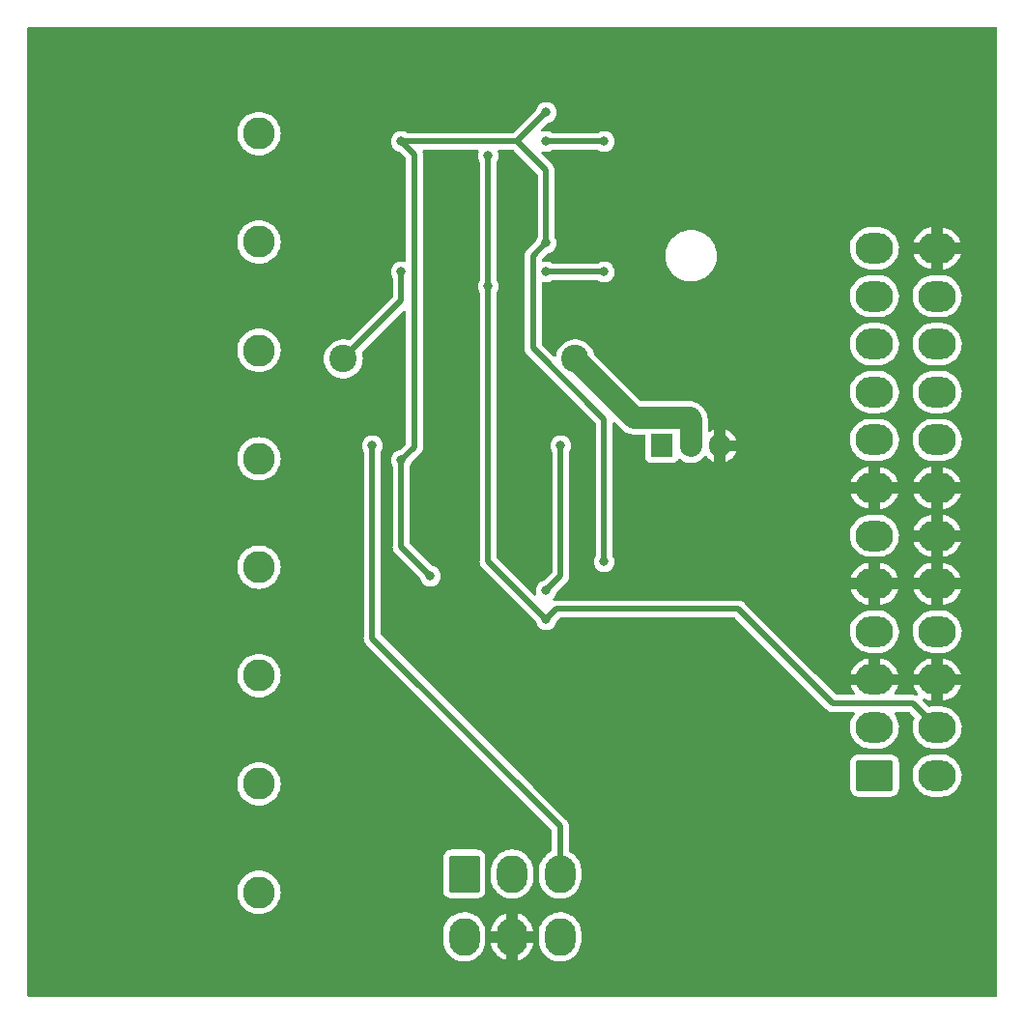
<source format=gbr>
%TF.GenerationSoftware,KiCad,Pcbnew,7.0.1*%
%TF.CreationDate,2024-01-01T19:45:23+00:00*%
%TF.ProjectId,PowerDelivery,506f7765-7244-4656-9c69-766572792e6b,rev?*%
%TF.SameCoordinates,Original*%
%TF.FileFunction,Copper,L2,Bot*%
%TF.FilePolarity,Positive*%
%FSLAX46Y46*%
G04 Gerber Fmt 4.6, Leading zero omitted, Abs format (unit mm)*
G04 Created by KiCad (PCBNEW 7.0.1) date 2024-01-01 19:45:23*
%MOMM*%
%LPD*%
G01*
G04 APERTURE LIST*
G04 Aperture macros list*
%AMRoundRect*
0 Rectangle with rounded corners*
0 $1 Rounding radius*
0 $2 $3 $4 $5 $6 $7 $8 $9 X,Y pos of 4 corners*
0 Add a 4 corners polygon primitive as box body*
4,1,4,$2,$3,$4,$5,$6,$7,$8,$9,$2,$3,0*
0 Add four circle primitives for the rounded corners*
1,1,$1+$1,$2,$3*
1,1,$1+$1,$4,$5*
1,1,$1+$1,$6,$7*
1,1,$1+$1,$8,$9*
0 Add four rect primitives between the rounded corners*
20,1,$1+$1,$2,$3,$4,$5,0*
20,1,$1+$1,$4,$5,$6,$7,0*
20,1,$1+$1,$6,$7,$8,$9,0*
20,1,$1+$1,$8,$9,$2,$3,0*%
G04 Aperture macros list end*
%TA.AperFunction,ComponentPad*%
%ADD10RoundRect,0.250001X-1.099999X-1.399999X1.099999X-1.399999X1.099999X1.399999X-1.099999X1.399999X0*%
%TD*%
%TA.AperFunction,ComponentPad*%
%ADD11O,2.700000X3.300000*%
%TD*%
%TA.AperFunction,ComponentPad*%
%ADD12C,2.800000*%
%TD*%
%TA.AperFunction,ComponentPad*%
%ADD13C,2.400000*%
%TD*%
%TA.AperFunction,ComponentPad*%
%ADD14RoundRect,0.250001X1.399999X-1.099999X1.399999X1.099999X-1.399999X1.099999X-1.399999X-1.099999X0*%
%TD*%
%TA.AperFunction,ComponentPad*%
%ADD15O,3.300000X2.700000*%
%TD*%
%TA.AperFunction,ComponentPad*%
%ADD16R,1.905000X2.000000*%
%TD*%
%TA.AperFunction,ComponentPad*%
%ADD17O,1.905000X2.000000*%
%TD*%
%TA.AperFunction,ViaPad*%
%ADD18C,4.000000*%
%TD*%
%TA.AperFunction,ViaPad*%
%ADD19C,0.800000*%
%TD*%
%TA.AperFunction,Conductor*%
%ADD20C,0.500000*%
%TD*%
%TA.AperFunction,Conductor*%
%ADD21C,1.905000*%
%TD*%
G04 APERTURE END LIST*
D10*
%TO.P,J1,1,Pin_1*%
%TO.N,current_sense_out*%
X150300000Y-130250000D03*
D11*
%TO.P,J1,2,Pin_2*%
%TO.N,voltage_sense_out*%
X154500000Y-130250000D03*
%TO.P,J1,3,Pin_3*%
%TO.N,mc_trigger*%
X158700000Y-130250000D03*
%TO.P,J1,4,Pin_4*%
%TO.N,fault_signal*%
X150300000Y-135750000D03*
%TO.P,J1,5,Pin_5*%
%TO.N,GND*%
X154500000Y-135750000D03*
%TO.P,J1,6,Pin_6*%
%TO.N,+3.3V*%
X158700000Y-135750000D03*
%TD*%
D12*
%TO.P,J3,1,Pin_1*%
%TO.N,load*%
X132305000Y-65345000D03*
%TO.P,J3,2,Pin_2*%
X132305000Y-74845000D03*
%TO.P,J3,3,Pin_3*%
X132305000Y-84345000D03*
%TO.P,J3,4,Pin_4*%
X132305000Y-93845000D03*
%TO.P,J3,5,Pin_5*%
%TO.N,+12V*%
X132305000Y-103345000D03*
%TO.P,J3,6,Pin_6*%
X132305000Y-112845000D03*
%TO.P,J3,7,Pin_7*%
X132305000Y-122345000D03*
%TO.P,J3,8,Pin_8*%
X132305000Y-131845000D03*
%TD*%
D13*
%TO.P,R6,1*%
%TO.N,load*%
X139700000Y-85090000D03*
%TO.P,R6,2*%
%TO.N,Net-(D1-K)*%
X160020000Y-85090000D03*
%TD*%
D14*
%TO.P,J2,1,Pin_1*%
%TO.N,+3.3V*%
X186250000Y-121600000D03*
D15*
%TO.P,J2,2,Pin_2*%
X186250000Y-117400000D03*
%TO.P,J2,3,Pin_3*%
%TO.N,GND*%
X186250000Y-113200000D03*
%TO.P,J2,4,Pin_4*%
%TO.N,unconnected-(J2-Pin_4-Pad4)*%
X186250000Y-109000000D03*
%TO.P,J2,5,Pin_5*%
%TO.N,GND*%
X186250000Y-104800000D03*
%TO.P,J2,6,Pin_6*%
%TO.N,unconnected-(J2-Pin_6-Pad6)*%
X186250000Y-100600000D03*
%TO.P,J2,7,Pin_7*%
%TO.N,GND*%
X186250000Y-96400000D03*
%TO.P,J2,8,Pin_8*%
%TO.N,unconnected-(J2-Pin_8-Pad8)*%
X186250000Y-92200000D03*
%TO.P,J2,9,Pin_9*%
%TO.N,unconnected-(J2-Pin_9-Pad9)*%
X186250000Y-88000000D03*
%TO.P,J2,10,Pin_10*%
%TO.N,+12V*%
X186250000Y-83800000D03*
%TO.P,J2,11,Pin_11*%
X186250000Y-79600000D03*
%TO.P,J2,12,Pin_12*%
%TO.N,+3.3V*%
X186250000Y-75400000D03*
%TO.P,J2,13,Pin_13*%
X191750000Y-121600000D03*
%TO.P,J2,14,Pin_14*%
%TO.N,-12V*%
X191750000Y-117400000D03*
%TO.P,J2,15,Pin_15*%
%TO.N,GND*%
X191750000Y-113200000D03*
%TO.P,J2,16,Pin_16*%
%TO.N,unconnected-(J2-Pin_16-Pad16)*%
X191750000Y-109000000D03*
%TO.P,J2,17,Pin_17*%
%TO.N,GND*%
X191750000Y-104800000D03*
%TO.P,J2,18,Pin_18*%
X191750000Y-100600000D03*
%TO.P,J2,19,Pin_19*%
X191750000Y-96400000D03*
%TO.P,J2,20,Pin_20*%
%TO.N,unconnected-(J2-Pin_20-Pad20)*%
X191750000Y-92200000D03*
%TO.P,J2,21,Pin_21*%
%TO.N,unconnected-(J2-Pin_21-Pad21)*%
X191750000Y-88000000D03*
%TO.P,J2,22,Pin_22*%
%TO.N,unconnected-(J2-Pin_22-Pad22)*%
X191750000Y-83800000D03*
%TO.P,J2,23,Pin_23*%
%TO.N,unconnected-(J2-Pin_23-Pad23)*%
X191750000Y-79600000D03*
%TO.P,J2,24,Pin_24*%
%TO.N,GND*%
X191750000Y-75400000D03*
%TD*%
D16*
%TO.P,U4,1,GATE*%
%TO.N,Net-(U4-GATE)*%
X167640000Y-92710000D03*
D17*
%TO.P,U4,2,DRAIN*%
%TO.N,Net-(D1-K)*%
X170180000Y-92710000D03*
%TO.P,U4,3,SOURCE*%
%TO.N,GND*%
X172720000Y-92710000D03*
%TD*%
D18*
%TO.N,GND*%
X194000000Y-59000000D03*
X115000000Y-59000000D03*
X115000000Y-138000000D03*
X194000000Y-138000000D03*
D19*
X168910000Y-82550000D03*
X166370000Y-85090000D03*
X171450000Y-85090000D03*
X139700000Y-93980000D03*
X171450000Y-82550000D03*
X173990000Y-74930000D03*
X173990000Y-82550000D03*
X173990000Y-80010000D03*
X153650000Y-113210000D03*
X173990000Y-85090000D03*
X168910000Y-80010000D03*
X173990000Y-77470000D03*
X168910000Y-85090000D03*
X166370000Y-116840000D03*
X151130000Y-116840000D03*
X171450000Y-80010000D03*
X166370000Y-80010000D03*
X166370000Y-82550000D03*
X144780000Y-63500000D03*
X160020000Y-111760000D03*
X166370000Y-74930000D03*
X166370000Y-77470000D03*
X144780000Y-74930000D03*
%TO.N,Net-(D1-A)*%
X158750000Y-92710000D03*
X157480000Y-105410000D03*
%TO.N,current_sense_out*%
X157480000Y-77470000D03*
X162560000Y-77470000D03*
%TO.N,voltage_sense_out*%
X157480000Y-66040000D03*
X162560000Y-66040000D03*
%TO.N,mc_trigger*%
X142240000Y-92710000D03*
%TO.N,+12V*%
X157480000Y-63500000D03*
X147320000Y-104140000D03*
X144780000Y-93980000D03*
X162560000Y-102870000D03*
X144780000Y-66040000D03*
X157480000Y-74930000D03*
%TO.N,-12V*%
X152400000Y-78740000D03*
X157480000Y-107950000D03*
X152400000Y-67310000D03*
%TO.N,load*%
X144780000Y-77470000D03*
%TD*%
D20*
%TO.N,-12V*%
X174339848Y-107020000D02*
X182619848Y-115300000D01*
X189650000Y-115300000D02*
X191750000Y-117400000D01*
X158410000Y-107020000D02*
X174339848Y-107020000D01*
X182619848Y-115300000D02*
X189650000Y-115300000D01*
X157480000Y-107950000D02*
X158410000Y-107020000D01*
%TO.N,mc_trigger*%
X158700000Y-126036346D02*
X158700000Y-130250000D01*
X142240000Y-92710000D02*
X142240000Y-109576346D01*
X142240000Y-109576346D02*
X158700000Y-126036346D01*
D21*
%TO.N,Net-(D1-K)*%
X170180000Y-90392500D02*
X170180000Y-92710000D01*
X165187500Y-90257500D02*
X170045000Y-90257500D01*
X160020000Y-85090000D02*
X165187500Y-90257500D01*
X170045000Y-90257500D02*
X170180000Y-90392500D01*
D20*
%TO.N,Net-(D1-A)*%
X158750000Y-104140000D02*
X157480000Y-105410000D01*
X158750000Y-92710000D02*
X158750000Y-104140000D01*
%TO.N,current_sense_out*%
X157480000Y-77470000D02*
X162560000Y-77470000D01*
%TO.N,voltage_sense_out*%
X157480000Y-66040000D02*
X162560000Y-66040000D01*
%TO.N,+12V*%
X144780000Y-66040000D02*
X154940000Y-66040000D01*
X162560000Y-90387717D02*
X156330000Y-84157717D01*
X157480000Y-68580000D02*
X154940000Y-66040000D01*
X145930000Y-67190000D02*
X145930000Y-92830000D01*
X162560000Y-102870000D02*
X162560000Y-90387717D01*
X144780000Y-66040000D02*
X145930000Y-67190000D01*
X144780000Y-101600000D02*
X147320000Y-104140000D01*
X157480000Y-74930000D02*
X157480000Y-68580000D01*
X145930000Y-92830000D02*
X144780000Y-93980000D01*
X156330000Y-76080000D02*
X157480000Y-74930000D01*
X144780000Y-93980000D02*
X144780000Y-101600000D01*
X156330000Y-84157717D02*
X156330000Y-76080000D01*
X154940000Y-66040000D02*
X157480000Y-63500000D01*
%TO.N,-12V*%
X152400000Y-67310000D02*
X152400000Y-78740000D01*
X157480000Y-107950000D02*
X152400000Y-102870000D01*
X152400000Y-102870000D02*
X152400000Y-78740000D01*
%TO.N,load*%
X144780000Y-80010000D02*
X139700000Y-85090000D01*
X144780000Y-77470000D02*
X144780000Y-80010000D01*
%TD*%
%TA.AperFunction,Conductor*%
%TO.N,GND*%
G36*
X196916780Y-56010700D02*
G01*
X196960252Y-56039748D01*
X196989300Y-56083220D01*
X196999500Y-56134500D01*
X196999500Y-140865500D01*
X196989300Y-140916780D01*
X196960252Y-140960252D01*
X196916780Y-140989300D01*
X196865500Y-140999500D01*
X112134500Y-140999500D01*
X112083220Y-140989300D01*
X112039748Y-140960252D01*
X112010700Y-140916780D01*
X112000500Y-140865500D01*
X112000500Y-136117625D01*
X148449500Y-136117625D01*
X148464323Y-136320159D01*
X148523219Y-136584553D01*
X148572278Y-136712821D01*
X148619986Y-136837558D01*
X148752559Y-137073777D01*
X148918112Y-137288177D01*
X149113119Y-137476186D01*
X149333421Y-137633799D01*
X149574325Y-137757656D01*
X149767765Y-137823649D01*
X149830697Y-137845119D01*
X149990233Y-137874586D01*
X150097067Y-137894319D01*
X150367765Y-137904212D01*
X150637018Y-137874586D01*
X150899088Y-137806072D01*
X151148390Y-137700130D01*
X151379610Y-137559018D01*
X151587820Y-137385745D01*
X151768582Y-137184002D01*
X151918044Y-136958090D01*
X152033020Y-136712824D01*
X152111060Y-136453431D01*
X152140999Y-136250000D01*
X152659690Y-136250000D01*
X152664819Y-136320086D01*
X152723700Y-136584409D01*
X152820439Y-136837341D01*
X152952977Y-137073500D01*
X153118487Y-137287842D01*
X153313439Y-137475799D01*
X153533683Y-137633371D01*
X153774520Y-137757193D01*
X153999999Y-137834117D01*
X154000000Y-137834117D01*
X154000000Y-136250000D01*
X155000000Y-136250000D01*
X155000000Y-137831458D01*
X155098928Y-137805595D01*
X155348160Y-137699683D01*
X155579314Y-137558611D01*
X155787473Y-137385382D01*
X155968182Y-137183697D01*
X156117607Y-136957841D01*
X156232552Y-136712642D01*
X156310569Y-136453326D01*
X156340493Y-136250000D01*
X155000000Y-136250000D01*
X154000000Y-136250000D01*
X152659690Y-136250000D01*
X152140999Y-136250000D01*
X152150500Y-136185439D01*
X152150500Y-136117625D01*
X156849500Y-136117625D01*
X156864323Y-136320159D01*
X156923219Y-136584553D01*
X156972278Y-136712821D01*
X157019986Y-136837558D01*
X157152559Y-137073777D01*
X157318112Y-137288177D01*
X157513119Y-137476186D01*
X157733421Y-137633799D01*
X157974325Y-137757656D01*
X158167765Y-137823649D01*
X158230697Y-137845119D01*
X158390233Y-137874586D01*
X158497067Y-137894319D01*
X158767765Y-137904212D01*
X159037018Y-137874586D01*
X159299088Y-137806072D01*
X159548390Y-137700130D01*
X159779610Y-137559018D01*
X159987820Y-137385745D01*
X160168582Y-137184002D01*
X160318044Y-136958090D01*
X160433020Y-136712824D01*
X160511060Y-136453431D01*
X160550500Y-136185439D01*
X160550500Y-135382369D01*
X160535677Y-135179844D01*
X160476780Y-134915447D01*
X160380014Y-134662442D01*
X160247441Y-134426223D01*
X160081888Y-134211823D01*
X159886881Y-134023814D01*
X159771671Y-133941388D01*
X159666578Y-133866200D01*
X159425677Y-133742345D01*
X159425676Y-133742344D01*
X159425675Y-133742344D01*
X159362745Y-133720875D01*
X159169302Y-133654880D01*
X158902936Y-133605681D01*
X158786919Y-133601441D01*
X158632234Y-133595788D01*
X158632231Y-133595788D01*
X158452732Y-133615538D01*
X158362982Y-133625414D01*
X158121988Y-133688417D01*
X158100908Y-133693929D01*
X157851610Y-133799869D01*
X157620392Y-133940980D01*
X157412178Y-134114255D01*
X157248447Y-134296991D01*
X157231418Y-134315998D01*
X157085240Y-134536944D01*
X157081954Y-134541913D01*
X156966978Y-134787178D01*
X156888940Y-135046565D01*
X156849500Y-135314561D01*
X156849500Y-136117625D01*
X152150500Y-136117625D01*
X152150500Y-135382369D01*
X152140812Y-135249999D01*
X152659506Y-135249999D01*
X152659507Y-135250000D01*
X154000000Y-135250000D01*
X154000000Y-133668541D01*
X153901071Y-133694404D01*
X153651839Y-133800316D01*
X153420685Y-133941388D01*
X153212526Y-134114617D01*
X153031817Y-134316302D01*
X152882392Y-134542158D01*
X152767447Y-134787357D01*
X152689430Y-135046673D01*
X152659506Y-135249999D01*
X152140812Y-135249999D01*
X152135677Y-135179844D01*
X152076780Y-134915447D01*
X151980014Y-134662442D01*
X151847441Y-134426223D01*
X151681888Y-134211823D01*
X151486881Y-134023814D01*
X151371671Y-133941388D01*
X151266578Y-133866200D01*
X151025677Y-133742345D01*
X151025676Y-133742344D01*
X151025675Y-133742344D01*
X150962745Y-133720875D01*
X150801551Y-133665882D01*
X155000000Y-133665882D01*
X155000000Y-135250000D01*
X156340310Y-135250000D01*
X156335180Y-135179913D01*
X156276299Y-134915590D01*
X156179560Y-134662658D01*
X156047022Y-134426499D01*
X155881512Y-134212157D01*
X155686560Y-134024200D01*
X155466316Y-133866628D01*
X155225479Y-133742806D01*
X155000000Y-133665882D01*
X150801551Y-133665882D01*
X150769302Y-133654880D01*
X150502936Y-133605681D01*
X150386919Y-133601441D01*
X150232234Y-133595788D01*
X150232231Y-133595788D01*
X150052732Y-133615538D01*
X149962982Y-133625414D01*
X149721988Y-133688417D01*
X149700908Y-133693929D01*
X149451610Y-133799869D01*
X149220392Y-133940980D01*
X149012178Y-134114255D01*
X148848447Y-134296991D01*
X148831418Y-134315998D01*
X148685240Y-134536944D01*
X148681954Y-134541913D01*
X148566978Y-134787178D01*
X148488940Y-135046565D01*
X148449500Y-135314561D01*
X148449500Y-136117625D01*
X112000500Y-136117625D01*
X112000500Y-131844999D01*
X130399645Y-131844999D01*
X130419039Y-132116161D01*
X130476824Y-132381802D01*
X130571828Y-132636514D01*
X130702114Y-132875115D01*
X130865028Y-133092742D01*
X131057257Y-133284971D01*
X131274884Y-133447885D01*
X131274887Y-133447887D01*
X131513487Y-133578172D01*
X131560717Y-133595788D01*
X131768197Y-133673175D01*
X131865788Y-133694404D01*
X132033840Y-133730961D01*
X132305000Y-133750355D01*
X132576160Y-133730961D01*
X132784015Y-133685745D01*
X132841802Y-133673175D01*
X132936805Y-133637740D01*
X133096513Y-133578172D01*
X133335113Y-133447887D01*
X133552742Y-133284971D01*
X133744971Y-133092742D01*
X133907887Y-132875113D01*
X134038172Y-132636513D01*
X134124816Y-132404212D01*
X134133175Y-132381802D01*
X134163432Y-132242711D01*
X134190961Y-132116160D01*
X134210355Y-131845000D01*
X134199985Y-131700010D01*
X148449500Y-131700010D01*
X148460000Y-131802797D01*
X148515185Y-131969335D01*
X148607288Y-132118654D01*
X148731345Y-132242711D01*
X148880664Y-132334814D01*
X149047202Y-132389999D01*
X149149990Y-132400500D01*
X149149992Y-132400500D01*
X151450008Y-132400500D01*
X151450010Y-132400500D01*
X151552797Y-132389999D01*
X151719335Y-132334814D01*
X151793994Y-132288762D01*
X151868655Y-132242711D01*
X151992711Y-132118655D01*
X152080588Y-131976186D01*
X152084814Y-131969335D01*
X152139999Y-131802797D01*
X152150500Y-131700010D01*
X152150500Y-130617625D01*
X152649500Y-130617625D01*
X152664323Y-130820159D01*
X152723219Y-131084553D01*
X152772278Y-131212821D01*
X152819986Y-131337558D01*
X152952559Y-131573777D01*
X153118112Y-131788177D01*
X153313119Y-131976186D01*
X153533421Y-132133799D01*
X153774325Y-132257656D01*
X153967765Y-132323649D01*
X154030697Y-132345119D01*
X154190233Y-132374586D01*
X154297067Y-132394319D01*
X154567765Y-132404212D01*
X154837018Y-132374586D01*
X155099088Y-132306072D01*
X155348390Y-132200130D01*
X155579610Y-132059018D01*
X155787820Y-131885745D01*
X155968582Y-131684002D01*
X156118044Y-131458090D01*
X156233020Y-131212824D01*
X156311060Y-130953431D01*
X156350500Y-130685439D01*
X156350500Y-129882369D01*
X156335677Y-129679844D01*
X156276780Y-129415447D01*
X156180014Y-129162442D01*
X156047441Y-128926223D01*
X155881888Y-128711823D01*
X155686881Y-128523814D01*
X155466578Y-128366200D01*
X155225677Y-128242345D01*
X155225676Y-128242344D01*
X155225675Y-128242344D01*
X155161704Y-128220520D01*
X154969302Y-128154880D01*
X154702936Y-128105681D01*
X154586919Y-128101441D01*
X154432234Y-128095788D01*
X154432231Y-128095788D01*
X154252733Y-128115538D01*
X154162982Y-128125414D01*
X153921988Y-128188417D01*
X153900908Y-128193929D01*
X153651610Y-128299869D01*
X153420392Y-128440980D01*
X153212178Y-128614255D01*
X153048447Y-128796991D01*
X153031418Y-128815998D01*
X152958494Y-128926223D01*
X152881954Y-129041913D01*
X152766978Y-129287178D01*
X152688940Y-129546565D01*
X152649500Y-129814561D01*
X152649500Y-130617625D01*
X152150500Y-130617625D01*
X152150500Y-128799990D01*
X152139999Y-128697202D01*
X152084814Y-128530664D01*
X151992711Y-128381345D01*
X151868654Y-128257288D01*
X151719335Y-128165185D01*
X151552797Y-128110000D01*
X151450010Y-128099500D01*
X151450008Y-128099500D01*
X149149992Y-128099500D01*
X149149990Y-128099500D01*
X149047202Y-128110000D01*
X148880664Y-128165185D01*
X148731345Y-128257288D01*
X148607288Y-128381345D01*
X148515185Y-128530664D01*
X148460000Y-128697202D01*
X148449500Y-128799990D01*
X148449500Y-131700010D01*
X134199985Y-131700010D01*
X134190961Y-131573840D01*
X134133175Y-131308199D01*
X134133175Y-131308197D01*
X134038171Y-131053485D01*
X133983537Y-130953431D01*
X133907887Y-130814887D01*
X133810983Y-130685439D01*
X133744971Y-130597257D01*
X133552742Y-130405028D01*
X133335115Y-130242114D01*
X133096514Y-130111828D01*
X132841802Y-130016824D01*
X132576161Y-129959039D01*
X132305000Y-129939645D01*
X132033838Y-129959039D01*
X131768197Y-130016824D01*
X131513485Y-130111828D01*
X131274884Y-130242114D01*
X131057257Y-130405028D01*
X130865028Y-130597257D01*
X130702114Y-130814884D01*
X130571828Y-131053485D01*
X130476824Y-131308197D01*
X130419039Y-131573838D01*
X130399645Y-131844999D01*
X112000500Y-131844999D01*
X112000500Y-122344999D01*
X130399645Y-122344999D01*
X130419039Y-122616161D01*
X130476824Y-122881802D01*
X130571828Y-123136514D01*
X130702114Y-123375115D01*
X130865028Y-123592742D01*
X131057257Y-123784971D01*
X131274884Y-123947885D01*
X131274887Y-123947887D01*
X131513487Y-124078172D01*
X131578191Y-124102305D01*
X131768197Y-124173175D01*
X131883768Y-124198315D01*
X132033840Y-124230961D01*
X132305000Y-124250355D01*
X132576160Y-124230961D01*
X132784016Y-124185745D01*
X132841802Y-124173175D01*
X132936804Y-124137740D01*
X133096513Y-124078172D01*
X133335113Y-123947887D01*
X133552742Y-123784971D01*
X133744971Y-123592742D01*
X133907887Y-123375113D01*
X134038172Y-123136513D01*
X134133175Y-122881801D01*
X134190961Y-122616160D01*
X134210355Y-122345000D01*
X134190961Y-122073840D01*
X134133175Y-121808199D01*
X134133175Y-121808197D01*
X134038171Y-121553485D01*
X134011744Y-121505088D01*
X133907887Y-121314887D01*
X133869033Y-121262984D01*
X133744971Y-121097257D01*
X133552742Y-120905028D01*
X133335115Y-120742114D01*
X133096514Y-120611828D01*
X132841802Y-120516824D01*
X132576161Y-120459039D01*
X132305000Y-120439645D01*
X132033838Y-120459039D01*
X131768197Y-120516824D01*
X131513485Y-120611828D01*
X131274884Y-120742114D01*
X131057257Y-120905028D01*
X130865028Y-121097257D01*
X130702114Y-121314884D01*
X130571828Y-121553485D01*
X130476824Y-121808197D01*
X130419039Y-122073838D01*
X130399645Y-122344999D01*
X112000500Y-122344999D01*
X112000500Y-112844999D01*
X130399645Y-112844999D01*
X130419039Y-113116161D01*
X130476824Y-113381802D01*
X130571828Y-113636514D01*
X130702114Y-113875115D01*
X130865028Y-114092742D01*
X131057257Y-114284971D01*
X131274884Y-114447885D01*
X131274887Y-114447887D01*
X131513487Y-114578172D01*
X131538263Y-114587413D01*
X131768197Y-114673175D01*
X131883769Y-114698315D01*
X132033840Y-114730961D01*
X132305000Y-114750355D01*
X132576160Y-114730961D01*
X132784015Y-114685745D01*
X132841802Y-114673175D01*
X132972507Y-114624424D01*
X133096513Y-114578172D01*
X133335113Y-114447887D01*
X133552742Y-114284971D01*
X133744971Y-114092742D01*
X133907887Y-113875113D01*
X134038172Y-113636513D01*
X134133175Y-113381801D01*
X134190961Y-113116160D01*
X134210355Y-112845000D01*
X134190961Y-112573840D01*
X134133175Y-112308199D01*
X134133175Y-112308197D01*
X134038171Y-112053485D01*
X133961202Y-111912526D01*
X133907887Y-111814887D01*
X133907885Y-111814884D01*
X133744971Y-111597257D01*
X133552742Y-111405028D01*
X133335115Y-111242114D01*
X133096514Y-111111828D01*
X132841802Y-111016824D01*
X132576161Y-110959039D01*
X132305000Y-110939645D01*
X132033838Y-110959039D01*
X131768197Y-111016824D01*
X131513485Y-111111828D01*
X131274884Y-111242114D01*
X131057257Y-111405028D01*
X130865028Y-111597257D01*
X130702114Y-111814884D01*
X130571828Y-112053485D01*
X130476824Y-112308197D01*
X130419039Y-112573838D01*
X130399645Y-112844999D01*
X112000500Y-112844999D01*
X112000500Y-103345000D01*
X130399645Y-103345000D01*
X130419039Y-103616161D01*
X130476824Y-103881802D01*
X130571828Y-104136514D01*
X130702114Y-104375115D01*
X130865028Y-104592742D01*
X131057257Y-104784971D01*
X131274884Y-104947885D01*
X131274887Y-104947887D01*
X131513487Y-105078172D01*
X131578191Y-105102305D01*
X131768197Y-105173175D01*
X131883768Y-105198315D01*
X132033840Y-105230961D01*
X132305000Y-105250355D01*
X132576160Y-105230961D01*
X132784015Y-105185745D01*
X132841802Y-105173175D01*
X132936804Y-105137740D01*
X133096513Y-105078172D01*
X133335113Y-104947887D01*
X133552742Y-104784971D01*
X133744971Y-104592742D01*
X133907887Y-104375113D01*
X134038172Y-104136513D01*
X134133175Y-103881801D01*
X134190961Y-103616160D01*
X134210355Y-103345000D01*
X134190961Y-103073840D01*
X134141838Y-102848022D01*
X134133175Y-102808197D01*
X134038171Y-102553485D01*
X133973843Y-102435677D01*
X133907887Y-102314887D01*
X133881782Y-102280015D01*
X133744971Y-102097257D01*
X133552742Y-101905028D01*
X133335115Y-101742114D01*
X133096514Y-101611828D01*
X132841802Y-101516824D01*
X132576161Y-101459039D01*
X132305000Y-101439645D01*
X132033838Y-101459039D01*
X131768197Y-101516824D01*
X131513485Y-101611828D01*
X131274884Y-101742114D01*
X131057257Y-101905028D01*
X130865028Y-102097257D01*
X130702114Y-102314884D01*
X130571828Y-102553485D01*
X130476824Y-102808197D01*
X130419039Y-103073838D01*
X130399645Y-103345000D01*
X112000500Y-103345000D01*
X112000500Y-93845000D01*
X130399645Y-93845000D01*
X130419039Y-94116161D01*
X130476824Y-94381802D01*
X130571828Y-94636514D01*
X130702114Y-94875115D01*
X130865028Y-95092742D01*
X131057257Y-95284971D01*
X131274884Y-95447885D01*
X131274887Y-95447887D01*
X131513487Y-95578172D01*
X131578190Y-95602305D01*
X131768197Y-95673175D01*
X131883769Y-95698315D01*
X132033840Y-95730961D01*
X132305000Y-95750355D01*
X132576160Y-95730961D01*
X132784016Y-95685745D01*
X132841802Y-95673175D01*
X132936804Y-95637740D01*
X133096513Y-95578172D01*
X133335113Y-95447887D01*
X133552742Y-95284971D01*
X133744971Y-95092742D01*
X133907887Y-94875113D01*
X134038172Y-94636513D01*
X134133175Y-94381801D01*
X134140466Y-94348287D01*
X134145745Y-94324016D01*
X134190961Y-94116160D01*
X134210355Y-93845000D01*
X134190961Y-93573840D01*
X134153002Y-93399343D01*
X134133175Y-93308197D01*
X134054541Y-93097375D01*
X134038172Y-93053487D01*
X133907887Y-92814887D01*
X133896060Y-92799088D01*
X133829369Y-92709999D01*
X141334540Y-92709999D01*
X141354325Y-92898257D01*
X141412820Y-93078283D01*
X141471547Y-93180000D01*
X141484934Y-93212318D01*
X141489500Y-93247000D01*
X141489500Y-109511914D01*
X141488084Y-109531335D01*
X141484711Y-109554369D01*
X141488623Y-109599091D01*
X141488990Y-109603279D01*
X141489500Y-109614958D01*
X141489500Y-109620059D01*
X141493079Y-109650687D01*
X141493475Y-109654559D01*
X141500179Y-109731180D01*
X141504057Y-109748672D01*
X141530356Y-109820930D01*
X141531635Y-109824609D01*
X141555830Y-109897625D01*
X141563638Y-109913752D01*
X141605900Y-109978010D01*
X141607969Y-109981258D01*
X141647288Y-110045002D01*
X141648371Y-110046757D01*
X141659670Y-110060627D01*
X141661170Y-110062042D01*
X141715638Y-110113430D01*
X141718399Y-110116113D01*
X157910252Y-126307965D01*
X157939300Y-126351437D01*
X157949500Y-126402717D01*
X157949500Y-128169618D01*
X157939455Y-128220520D01*
X157910828Y-128263792D01*
X157867908Y-128292944D01*
X157851609Y-128299870D01*
X157620392Y-128440980D01*
X157412178Y-128614255D01*
X157248447Y-128796991D01*
X157231418Y-128815998D01*
X157158494Y-128926223D01*
X157081954Y-129041913D01*
X156966978Y-129287178D01*
X156888940Y-129546565D01*
X156849500Y-129814561D01*
X156849500Y-130617625D01*
X156864323Y-130820159D01*
X156923219Y-131084553D01*
X156972278Y-131212821D01*
X157019986Y-131337558D01*
X157152559Y-131573777D01*
X157318112Y-131788177D01*
X157513119Y-131976186D01*
X157733421Y-132133799D01*
X157974325Y-132257656D01*
X158167765Y-132323649D01*
X158230697Y-132345119D01*
X158390233Y-132374586D01*
X158497067Y-132394319D01*
X158767765Y-132404212D01*
X159037018Y-132374586D01*
X159299088Y-132306072D01*
X159548390Y-132200130D01*
X159779610Y-132059018D01*
X159987820Y-131885745D01*
X160168582Y-131684002D01*
X160318044Y-131458090D01*
X160433020Y-131212824D01*
X160511060Y-130953431D01*
X160550500Y-130685439D01*
X160550500Y-129882369D01*
X160535677Y-129679844D01*
X160476780Y-129415447D01*
X160380014Y-129162442D01*
X160247441Y-128926223D01*
X160081888Y-128711823D01*
X159886881Y-128523814D01*
X159666579Y-128366201D01*
X159523227Y-128292498D01*
X159484700Y-128262749D01*
X159459342Y-128221197D01*
X159450500Y-128173328D01*
X159450500Y-126100778D01*
X159451915Y-126081357D01*
X159451942Y-126081168D01*
X159455289Y-126058323D01*
X159451010Y-126009414D01*
X159450500Y-125997735D01*
X159450500Y-125992641D01*
X159450500Y-125992637D01*
X159446911Y-125961933D01*
X159446520Y-125958101D01*
X159439818Y-125881490D01*
X159435948Y-125864033D01*
X159409640Y-125791753D01*
X159408360Y-125788070D01*
X159407290Y-125784841D01*
X159384814Y-125717011D01*
X159384812Y-125717009D01*
X159384166Y-125715057D01*
X159376369Y-125698950D01*
X159334104Y-125634690D01*
X159332033Y-125631440D01*
X159292712Y-125567690D01*
X159292709Y-125567687D01*
X159291628Y-125565934D01*
X159280326Y-125552061D01*
X159224396Y-125499294D01*
X159221600Y-125496578D01*
X156475032Y-122750010D01*
X184099500Y-122750010D01*
X184110000Y-122852797D01*
X184165185Y-123019335D01*
X184257288Y-123168654D01*
X184381345Y-123292711D01*
X184530664Y-123384814D01*
X184697202Y-123439999D01*
X184799990Y-123450500D01*
X184799992Y-123450500D01*
X187700008Y-123450500D01*
X187700010Y-123450500D01*
X187802797Y-123439999D01*
X187969335Y-123384814D01*
X188053304Y-123333020D01*
X188118655Y-123292711D01*
X188242711Y-123168655D01*
X188304439Y-123068579D01*
X188334814Y-123019335D01*
X188389999Y-122852797D01*
X188400500Y-122750010D01*
X188400500Y-121667765D01*
X189595788Y-121667765D01*
X189625414Y-121937018D01*
X189661184Y-122073840D01*
X189693929Y-122199091D01*
X189799869Y-122448389D01*
X189940980Y-122679607D01*
X190114255Y-122887821D01*
X190205623Y-122969686D01*
X190315998Y-123068582D01*
X190541910Y-123218044D01*
X190674104Y-123280014D01*
X190787178Y-123333021D01*
X191046565Y-123411059D01*
X191046566Y-123411059D01*
X191046569Y-123411060D01*
X191314561Y-123450500D01*
X192117625Y-123450500D01*
X192117631Y-123450500D01*
X192320156Y-123435677D01*
X192584553Y-123376780D01*
X192837558Y-123280014D01*
X193073777Y-123147441D01*
X193288177Y-122981888D01*
X193476186Y-122786881D01*
X193633799Y-122566579D01*
X193757656Y-122325675D01*
X193845118Y-122069305D01*
X193894319Y-121802933D01*
X193904212Y-121532235D01*
X193874586Y-121262982D01*
X193806072Y-121000912D01*
X193700130Y-120751610D01*
X193559018Y-120520390D01*
X193469746Y-120413118D01*
X193385744Y-120312178D01*
X193238966Y-120180666D01*
X193184002Y-120131418D01*
X192958090Y-119981956D01*
X192958086Y-119981954D01*
X192712821Y-119866978D01*
X192453434Y-119788940D01*
X192185439Y-119749500D01*
X191382369Y-119749500D01*
X191260853Y-119758393D01*
X191179840Y-119764323D01*
X190915446Y-119823219D01*
X190662445Y-119919984D01*
X190426222Y-120052559D01*
X190211822Y-120218113D01*
X190023814Y-120413118D01*
X189866200Y-120633421D01*
X189742345Y-120874322D01*
X189654880Y-121130697D01*
X189605681Y-121397063D01*
X189605680Y-121397067D01*
X189605681Y-121397067D01*
X189595788Y-121667765D01*
X188400500Y-121667765D01*
X188400500Y-120449990D01*
X188389999Y-120347202D01*
X188334814Y-120180664D01*
X188242711Y-120031345D01*
X188118654Y-119907288D01*
X187969335Y-119815185D01*
X187802797Y-119760000D01*
X187700010Y-119749500D01*
X187700008Y-119749500D01*
X184799992Y-119749500D01*
X184799990Y-119749500D01*
X184697202Y-119760000D01*
X184530664Y-119815185D01*
X184381345Y-119907288D01*
X184257288Y-120031345D01*
X184165185Y-120180664D01*
X184110000Y-120347202D01*
X184099500Y-120449990D01*
X184099500Y-122750010D01*
X156475032Y-122750010D01*
X143029748Y-109304726D01*
X143000700Y-109261254D01*
X142990500Y-109209974D01*
X142990500Y-93247000D01*
X142995066Y-93212318D01*
X143008453Y-93180000D01*
X143022714Y-93155299D01*
X143067179Y-93078284D01*
X143096426Y-92988270D01*
X143125674Y-92898257D01*
X143134436Y-92814887D01*
X143145460Y-92710000D01*
X143125674Y-92521744D01*
X143125674Y-92521742D01*
X143067179Y-92341715D01*
X142979158Y-92189259D01*
X142972533Y-92177784D01*
X142845871Y-92037112D01*
X142692730Y-91925849D01*
X142519803Y-91848856D01*
X142519801Y-91848855D01*
X142384624Y-91820123D01*
X142334646Y-91809500D01*
X142145354Y-91809500D01*
X142105998Y-91817865D01*
X141960198Y-91848855D01*
X141787270Y-91925849D01*
X141634127Y-92037113D01*
X141507466Y-92177785D01*
X141412820Y-92341715D01*
X141354325Y-92521742D01*
X141334540Y-92709999D01*
X133829369Y-92709999D01*
X133744971Y-92597257D01*
X133552742Y-92405028D01*
X133335115Y-92242114D01*
X133096514Y-92111828D01*
X132841802Y-92016824D01*
X132576161Y-91959039D01*
X132305000Y-91939645D01*
X132033838Y-91959039D01*
X131768197Y-92016824D01*
X131513485Y-92111828D01*
X131274884Y-92242114D01*
X131057257Y-92405028D01*
X130865028Y-92597257D01*
X130702114Y-92814884D01*
X130571828Y-93053485D01*
X130476824Y-93308197D01*
X130419039Y-93573838D01*
X130399645Y-93845000D01*
X112000500Y-93845000D01*
X112000500Y-84345000D01*
X130399645Y-84345000D01*
X130419039Y-84616161D01*
X130476824Y-84881802D01*
X130571828Y-85136514D01*
X130702114Y-85375115D01*
X130865028Y-85592742D01*
X131057257Y-85784971D01*
X131274884Y-85947885D01*
X131274887Y-85947887D01*
X131513487Y-86078172D01*
X131578190Y-86102305D01*
X131768197Y-86173175D01*
X131840670Y-86188940D01*
X132033840Y-86230961D01*
X132305000Y-86250355D01*
X132576160Y-86230961D01*
X132784016Y-86185745D01*
X132841802Y-86173175D01*
X132936804Y-86137740D01*
X133096513Y-86078172D01*
X133335113Y-85947887D01*
X133552742Y-85784971D01*
X133744971Y-85592742D01*
X133907887Y-85375113D01*
X134038172Y-85136513D01*
X134055521Y-85090000D01*
X137994731Y-85090000D01*
X138013777Y-85344157D01*
X138070490Y-85592634D01*
X138133529Y-85753251D01*
X138163607Y-85829888D01*
X138291041Y-86050612D01*
X138449950Y-86249877D01*
X138636783Y-86423232D01*
X138847366Y-86566805D01*
X139076996Y-86677389D01*
X139189779Y-86712178D01*
X139320544Y-86752514D01*
X139572563Y-86790500D01*
X139572565Y-86790500D01*
X139827435Y-86790500D01*
X139827437Y-86790500D01*
X140079455Y-86752514D01*
X140103176Y-86745196D01*
X140323004Y-86677389D01*
X140552634Y-86566805D01*
X140763217Y-86423232D01*
X140950050Y-86249877D01*
X141108959Y-86050612D01*
X141236393Y-85829888D01*
X141329508Y-85592637D01*
X141333128Y-85576780D01*
X141386222Y-85344157D01*
X141405268Y-85090000D01*
X141386222Y-84835842D01*
X141333815Y-84606233D01*
X141335692Y-84539319D01*
X141369701Y-84481665D01*
X144950747Y-80900620D01*
X145004092Y-80867930D01*
X145066462Y-80863022D01*
X145124263Y-80886964D01*
X145164895Y-80934537D01*
X145179500Y-80995372D01*
X145179500Y-92463629D01*
X145169300Y-92514909D01*
X145140252Y-92558381D01*
X144629324Y-93069307D01*
X144598512Y-93092316D01*
X144562434Y-93105626D01*
X144500199Y-93118855D01*
X144393010Y-93166579D01*
X144327270Y-93195849D01*
X144259325Y-93245214D01*
X144174127Y-93307113D01*
X144047466Y-93447785D01*
X143952820Y-93611715D01*
X143894325Y-93791742D01*
X143874540Y-93980000D01*
X143894325Y-94168257D01*
X143952820Y-94348283D01*
X144011547Y-94450000D01*
X144024934Y-94482318D01*
X144029500Y-94517000D01*
X144029500Y-101535568D01*
X144028084Y-101554989D01*
X144024711Y-101578023D01*
X144027668Y-101611828D01*
X144028990Y-101626933D01*
X144029500Y-101638612D01*
X144029500Y-101643713D01*
X144033079Y-101674341D01*
X144033475Y-101678213D01*
X144040179Y-101754834D01*
X144044057Y-101772326D01*
X144044758Y-101774254D01*
X144044759Y-101774255D01*
X144049237Y-101786560D01*
X144070356Y-101844584D01*
X144071635Y-101848263D01*
X144095830Y-101921279D01*
X144103638Y-101937406D01*
X144145900Y-102001664D01*
X144147969Y-102004912D01*
X144187288Y-102068656D01*
X144188371Y-102070411D01*
X144199670Y-102084281D01*
X144201170Y-102085696D01*
X144255638Y-102137084D01*
X144258399Y-102139767D01*
X146405530Y-104286897D01*
X146438219Y-104340240D01*
X146492820Y-104508283D01*
X146516245Y-104548856D01*
X146587467Y-104672216D01*
X146714129Y-104812888D01*
X146867270Y-104924151D01*
X147040197Y-105001144D01*
X147225354Y-105040500D01*
X147414645Y-105040500D01*
X147414646Y-105040500D01*
X147599803Y-105001144D01*
X147772730Y-104924151D01*
X147925871Y-104812888D01*
X148052533Y-104672216D01*
X148147179Y-104508284D01*
X148160571Y-104467069D01*
X148205674Y-104328257D01*
X148216240Y-104227721D01*
X148225460Y-104140000D01*
X148205674Y-103951744D01*
X148205674Y-103951742D01*
X148147179Y-103771715D01*
X148057369Y-103616161D01*
X148052533Y-103607784D01*
X147925871Y-103467112D01*
X147772730Y-103355849D01*
X147599803Y-103278856D01*
X147599801Y-103278855D01*
X147537566Y-103265627D01*
X147501487Y-103252317D01*
X147470674Y-103229307D01*
X145569748Y-101328380D01*
X145540700Y-101284908D01*
X145530500Y-101233628D01*
X145530500Y-94517000D01*
X145535066Y-94482318D01*
X145548453Y-94450000D01*
X145607177Y-94348287D01*
X145607179Y-94348284D01*
X145661781Y-94180236D01*
X145694466Y-94126900D01*
X146415125Y-93406240D01*
X146429850Y-93393515D01*
X146448530Y-93379610D01*
X146480095Y-93341990D01*
X146487981Y-93333385D01*
X146491591Y-93329776D01*
X146510777Y-93305509D01*
X146513122Y-93302631D01*
X146561302Y-93245214D01*
X146561303Y-93245210D01*
X146562629Y-93243631D01*
X146572239Y-93228545D01*
X146573108Y-93226679D01*
X146573111Y-93226677D01*
X146604768Y-93158786D01*
X146606404Y-93155404D01*
X146640040Y-93088433D01*
X146640041Y-93088426D01*
X146640972Y-93086574D01*
X146646839Y-93069693D01*
X146647255Y-93067674D01*
X146647257Y-93067672D01*
X146662396Y-92994345D01*
X146663238Y-92990549D01*
X146678614Y-92925677D01*
X146680500Y-92917721D01*
X146680500Y-92917718D01*
X146680975Y-92915714D01*
X146682794Y-92897908D01*
X146680557Y-92821041D01*
X146680500Y-92817143D01*
X146680500Y-67254432D01*
X146681915Y-67235011D01*
X146682508Y-67230960D01*
X146685289Y-67211977D01*
X146681009Y-67163064D01*
X146680500Y-67151388D01*
X146680500Y-67146287D01*
X146676918Y-67115649D01*
X146676525Y-67111814D01*
X146669999Y-67037203D01*
X146669998Y-67037200D01*
X146669819Y-67035153D01*
X146665946Y-67017681D01*
X146648712Y-66970330D01*
X146641777Y-66907009D01*
X146664865Y-66847641D01*
X146712757Y-66805640D01*
X146774631Y-66790500D01*
X151437519Y-66790500D01*
X151498354Y-66805105D01*
X151545927Y-66845737D01*
X151569869Y-66903538D01*
X151564960Y-66965909D01*
X151514325Y-67121742D01*
X151494540Y-67310000D01*
X151514325Y-67498257D01*
X151572820Y-67678283D01*
X151631547Y-67780000D01*
X151644934Y-67812318D01*
X151649500Y-67847000D01*
X151649500Y-78203000D01*
X151644934Y-78237682D01*
X151631547Y-78269998D01*
X151619793Y-78290358D01*
X151572820Y-78371716D01*
X151514325Y-78551742D01*
X151494540Y-78739999D01*
X151514325Y-78928257D01*
X151572820Y-79108283D01*
X151631547Y-79210000D01*
X151644934Y-79242318D01*
X151649500Y-79277000D01*
X151649500Y-102805568D01*
X151648085Y-102824989D01*
X151644711Y-102848022D01*
X151648990Y-102896933D01*
X151649500Y-102908612D01*
X151649500Y-102913713D01*
X151653079Y-102944341D01*
X151653475Y-102948213D01*
X151660179Y-103024834D01*
X151664057Y-103042326D01*
X151690356Y-103114584D01*
X151691635Y-103118263D01*
X151715830Y-103191279D01*
X151723638Y-103207406D01*
X151765900Y-103271664D01*
X151767969Y-103274912D01*
X151770403Y-103278856D01*
X151808371Y-103340411D01*
X151819670Y-103354281D01*
X151821170Y-103355696D01*
X151875637Y-103407083D01*
X151878398Y-103409766D01*
X156565531Y-108096899D01*
X156598220Y-108150242D01*
X156652820Y-108318284D01*
X156700526Y-108400912D01*
X156747467Y-108482216D01*
X156874129Y-108622888D01*
X157027270Y-108734151D01*
X157200197Y-108811144D01*
X157385354Y-108850500D01*
X157574645Y-108850500D01*
X157574646Y-108850500D01*
X157759803Y-108811144D01*
X157932730Y-108734151D01*
X158085871Y-108622888D01*
X158212533Y-108482216D01*
X158307179Y-108318284D01*
X158361781Y-108150236D01*
X158394466Y-108096900D01*
X158681619Y-107809747D01*
X158725092Y-107780700D01*
X158776371Y-107770500D01*
X173973476Y-107770500D01*
X174024756Y-107780700D01*
X174068228Y-107809748D01*
X182043599Y-115785118D01*
X182056331Y-115799850D01*
X182070237Y-115818529D01*
X182107856Y-115850095D01*
X182116468Y-115857987D01*
X182120071Y-115861590D01*
X182120075Y-115861593D01*
X182120077Y-115861595D01*
X182144273Y-115880726D01*
X182147244Y-115883145D01*
X182204634Y-115931302D01*
X182204637Y-115931303D01*
X182206211Y-115932624D01*
X182221309Y-115942242D01*
X182223168Y-115943109D01*
X182223171Y-115943111D01*
X182291035Y-115974756D01*
X182294453Y-115976410D01*
X182361415Y-116010040D01*
X182361417Y-116010040D01*
X182363262Y-116010967D01*
X182380152Y-116016837D01*
X182382170Y-116017253D01*
X182382175Y-116017256D01*
X182455475Y-116032390D01*
X182459269Y-116033232D01*
X182479021Y-116037913D01*
X182532127Y-116050500D01*
X182532130Y-116050500D01*
X182534126Y-116050973D01*
X182551936Y-116052793D01*
X182620556Y-116050796D01*
X182628787Y-116050556D01*
X182632684Y-116050500D01*
X184379527Y-116050500D01*
X184436404Y-116063170D01*
X184482526Y-116098784D01*
X184509170Y-116150607D01*
X184511298Y-116208840D01*
X184488509Y-116262465D01*
X184447068Y-116320390D01*
X184366200Y-116433421D01*
X184242345Y-116674322D01*
X184154880Y-116930697D01*
X184105681Y-117197063D01*
X184105680Y-117197067D01*
X184105681Y-117197067D01*
X184095788Y-117467765D01*
X184125414Y-117737018D01*
X184193928Y-117999088D01*
X184193929Y-117999091D01*
X184299869Y-118248389D01*
X184440980Y-118479607D01*
X184614255Y-118687821D01*
X184705623Y-118769686D01*
X184815998Y-118868582D01*
X185041910Y-119018044D01*
X185174104Y-119080014D01*
X185287178Y-119133021D01*
X185546565Y-119211059D01*
X185546566Y-119211059D01*
X185546569Y-119211060D01*
X185814561Y-119250500D01*
X186617625Y-119250500D01*
X186617631Y-119250500D01*
X186820156Y-119235677D01*
X187084553Y-119176780D01*
X187337558Y-119080014D01*
X187573777Y-118947441D01*
X187788177Y-118781888D01*
X187976186Y-118586881D01*
X188133799Y-118366579D01*
X188257656Y-118125675D01*
X188345118Y-117869305D01*
X188394319Y-117602933D01*
X188404212Y-117332235D01*
X188374586Y-117062982D01*
X188306072Y-116800912D01*
X188200130Y-116551610D01*
X188059018Y-116320390D01*
X188017262Y-116270215D01*
X187990138Y-116216495D01*
X187989259Y-116156320D01*
X188014803Y-116101830D01*
X188061618Y-116064014D01*
X188120262Y-116050500D01*
X189283628Y-116050500D01*
X189334908Y-116060700D01*
X189378380Y-116089748D01*
X189748148Y-116459516D01*
X189778554Y-116506399D01*
X189787195Y-116561606D01*
X189772568Y-116615537D01*
X189742346Y-116674319D01*
X189654880Y-116930697D01*
X189605681Y-117197063D01*
X189605680Y-117197067D01*
X189605681Y-117197067D01*
X189595788Y-117467765D01*
X189625414Y-117737018D01*
X189693928Y-117999088D01*
X189693929Y-117999091D01*
X189799869Y-118248389D01*
X189940980Y-118479607D01*
X190114255Y-118687821D01*
X190205623Y-118769686D01*
X190315998Y-118868582D01*
X190541910Y-119018044D01*
X190674104Y-119080014D01*
X190787178Y-119133021D01*
X191046565Y-119211059D01*
X191046566Y-119211059D01*
X191046569Y-119211060D01*
X191314561Y-119250500D01*
X192117625Y-119250500D01*
X192117631Y-119250500D01*
X192320156Y-119235677D01*
X192584553Y-119176780D01*
X192837558Y-119080014D01*
X193073777Y-118947441D01*
X193288177Y-118781888D01*
X193476186Y-118586881D01*
X193633799Y-118366579D01*
X193757656Y-118125675D01*
X193845118Y-117869305D01*
X193894319Y-117602933D01*
X193904212Y-117332235D01*
X193874586Y-117062982D01*
X193806072Y-116800912D01*
X193700130Y-116551610D01*
X193559018Y-116320390D01*
X193466186Y-116208840D01*
X193385744Y-116112178D01*
X193279803Y-116017256D01*
X193184002Y-115931418D01*
X192958090Y-115781956D01*
X192958086Y-115781954D01*
X192712821Y-115666978D01*
X192453434Y-115588940D01*
X192185439Y-115549500D01*
X191382369Y-115549500D01*
X191281106Y-115556911D01*
X191179838Y-115564323D01*
X191084723Y-115585511D01*
X191018156Y-115583383D01*
X190960836Y-115549469D01*
X190493173Y-115081806D01*
X190460714Y-115029162D01*
X190455355Y-114967545D01*
X190478239Y-114910085D01*
X190524490Y-114869023D01*
X190584256Y-114853106D01*
X190644804Y-114865726D01*
X190787357Y-114932552D01*
X191046673Y-115010569D01*
X191249999Y-115040493D01*
X191250000Y-115040493D01*
X191250000Y-113700000D01*
X192250000Y-113700000D01*
X192250000Y-115040310D01*
X192320086Y-115035180D01*
X192584409Y-114976299D01*
X192837341Y-114879560D01*
X193073500Y-114747022D01*
X193287842Y-114581512D01*
X193475799Y-114386560D01*
X193633371Y-114166316D01*
X193757193Y-113925479D01*
X193834117Y-113700000D01*
X192250000Y-113700000D01*
X191250000Y-113700000D01*
X189668541Y-113700000D01*
X189694404Y-113798928D01*
X189800316Y-114048160D01*
X189941390Y-114279318D01*
X190012441Y-114364696D01*
X190040761Y-114423741D01*
X190037718Y-114489157D01*
X190004039Y-114545318D01*
X189947768Y-114578813D01*
X189882343Y-114581642D01*
X189814319Y-114567595D01*
X189810516Y-114566752D01*
X189735717Y-114549025D01*
X189717909Y-114547205D01*
X189641042Y-114549443D01*
X189637144Y-114549500D01*
X188119858Y-114549500D01*
X188062981Y-114536830D01*
X188016859Y-114501216D01*
X187990215Y-114449393D01*
X187988087Y-114391160D01*
X188010877Y-114337531D01*
X188133371Y-114166316D01*
X188257193Y-113925479D01*
X188334117Y-113700000D01*
X184168541Y-113700000D01*
X184194404Y-113798928D01*
X184300316Y-114048160D01*
X184441388Y-114279314D01*
X184483389Y-114329784D01*
X184510514Y-114383505D01*
X184511394Y-114443679D01*
X184485849Y-114498170D01*
X184439034Y-114535986D01*
X184380390Y-114549500D01*
X182986220Y-114549500D01*
X182934940Y-114539300D01*
X182891468Y-114510252D01*
X181081215Y-112699999D01*
X184165882Y-112699999D01*
X184165883Y-112700000D01*
X185750000Y-112700000D01*
X185750000Y-111359690D01*
X185679913Y-111364819D01*
X185415590Y-111423700D01*
X185162658Y-111520439D01*
X184926499Y-111652977D01*
X184712157Y-111818487D01*
X184524200Y-112013439D01*
X184366628Y-112233683D01*
X184242806Y-112474520D01*
X184165882Y-112699999D01*
X181081215Y-112699999D01*
X179740722Y-111359506D01*
X186750000Y-111359506D01*
X186750000Y-112700000D01*
X188331458Y-112700000D01*
X188331458Y-112699999D01*
X189665882Y-112699999D01*
X189665883Y-112700000D01*
X191250000Y-112700000D01*
X191250000Y-111359690D01*
X191179913Y-111364819D01*
X190915590Y-111423700D01*
X190662658Y-111520439D01*
X190426499Y-111652977D01*
X190212157Y-111818487D01*
X190024200Y-112013439D01*
X189866628Y-112233683D01*
X189742806Y-112474520D01*
X189665882Y-112699999D01*
X188331458Y-112699999D01*
X188305595Y-112601071D01*
X188199683Y-112351839D01*
X188058611Y-112120685D01*
X187885382Y-111912526D01*
X187683697Y-111731817D01*
X187457841Y-111582392D01*
X187212642Y-111467447D01*
X186953326Y-111389430D01*
X186750000Y-111359506D01*
X192250000Y-111359506D01*
X192250000Y-112700000D01*
X193831458Y-112700000D01*
X193805595Y-112601071D01*
X193699683Y-112351839D01*
X193558611Y-112120685D01*
X193385382Y-111912526D01*
X193183697Y-111731817D01*
X192957841Y-111582392D01*
X192712642Y-111467447D01*
X192453326Y-111389430D01*
X192250000Y-111359506D01*
X186750000Y-111359506D01*
X179740722Y-111359506D01*
X177448981Y-109067765D01*
X184095788Y-109067765D01*
X184125414Y-109337018D01*
X184171138Y-109511914D01*
X184193929Y-109599091D01*
X184299869Y-109848389D01*
X184440980Y-110079607D01*
X184614255Y-110287821D01*
X184705623Y-110369686D01*
X184815998Y-110468582D01*
X185041910Y-110618044D01*
X185174104Y-110680014D01*
X185287178Y-110733021D01*
X185546565Y-110811059D01*
X185546566Y-110811059D01*
X185546569Y-110811060D01*
X185814561Y-110850500D01*
X186617625Y-110850500D01*
X186617631Y-110850500D01*
X186820156Y-110835677D01*
X187084553Y-110776780D01*
X187337558Y-110680014D01*
X187573777Y-110547441D01*
X187788177Y-110381888D01*
X187976186Y-110186881D01*
X188133799Y-109966579D01*
X188257656Y-109725675D01*
X188345118Y-109469305D01*
X188394319Y-109202933D01*
X188399259Y-109067765D01*
X189595788Y-109067765D01*
X189625414Y-109337018D01*
X189671138Y-109511914D01*
X189693929Y-109599091D01*
X189799869Y-109848389D01*
X189940980Y-110079607D01*
X190114255Y-110287821D01*
X190205623Y-110369686D01*
X190315998Y-110468582D01*
X190541910Y-110618044D01*
X190674104Y-110680014D01*
X190787178Y-110733021D01*
X191046565Y-110811059D01*
X191046566Y-110811059D01*
X191046569Y-110811060D01*
X191314561Y-110850500D01*
X192117625Y-110850500D01*
X192117631Y-110850500D01*
X192320156Y-110835677D01*
X192584553Y-110776780D01*
X192837558Y-110680014D01*
X193073777Y-110547441D01*
X193288177Y-110381888D01*
X193476186Y-110186881D01*
X193633799Y-109966579D01*
X193757656Y-109725675D01*
X193845118Y-109469305D01*
X193894319Y-109202933D01*
X193904212Y-108932235D01*
X193874586Y-108662982D01*
X193806072Y-108400912D01*
X193700130Y-108151610D01*
X193559018Y-107920390D01*
X193434279Y-107770500D01*
X193385744Y-107712178D01*
X193280759Y-107618112D01*
X193184002Y-107531418D01*
X192958090Y-107381956D01*
X192958086Y-107381954D01*
X192712821Y-107266978D01*
X192453434Y-107188940D01*
X192185439Y-107149500D01*
X191382369Y-107149500D01*
X191260853Y-107158393D01*
X191179840Y-107164323D01*
X190915446Y-107223219D01*
X190662445Y-107319984D01*
X190426222Y-107452559D01*
X190211822Y-107618113D01*
X190023814Y-107813118D01*
X189866200Y-108033421D01*
X189742345Y-108274322D01*
X189654880Y-108530697D01*
X189605681Y-108797063D01*
X189603728Y-108850500D01*
X189595788Y-109067765D01*
X188399259Y-109067765D01*
X188404212Y-108932235D01*
X188374586Y-108662982D01*
X188306072Y-108400912D01*
X188200130Y-108151610D01*
X188059018Y-107920390D01*
X187934279Y-107770500D01*
X187885744Y-107712178D01*
X187780759Y-107618112D01*
X187684002Y-107531418D01*
X187458090Y-107381956D01*
X187458086Y-107381954D01*
X187212821Y-107266978D01*
X186953434Y-107188940D01*
X186685439Y-107149500D01*
X185882369Y-107149500D01*
X185760853Y-107158393D01*
X185679840Y-107164323D01*
X185415446Y-107223219D01*
X185162445Y-107319984D01*
X184926222Y-107452559D01*
X184711822Y-107618113D01*
X184523814Y-107813118D01*
X184366200Y-108033421D01*
X184242345Y-108274322D01*
X184154880Y-108530697D01*
X184105681Y-108797063D01*
X184103728Y-108850500D01*
X184095788Y-109067765D01*
X177448981Y-109067765D01*
X174916093Y-106534877D01*
X174903360Y-106520144D01*
X174889456Y-106501467D01*
X174851844Y-106469907D01*
X174843226Y-106462010D01*
X174839628Y-106458412D01*
X174839628Y-106458411D01*
X174839625Y-106458409D01*
X174815421Y-106439271D01*
X174812407Y-106436816D01*
X174789514Y-106417607D01*
X174755062Y-106388698D01*
X174755059Y-106388696D01*
X174753489Y-106387379D01*
X174738382Y-106377754D01*
X174668666Y-106345244D01*
X174665161Y-106343547D01*
X174596446Y-106309037D01*
X174579531Y-106303158D01*
X174504166Y-106287595D01*
X174500364Y-106286752D01*
X174425565Y-106269025D01*
X174407757Y-106267205D01*
X174330890Y-106269443D01*
X174326992Y-106269500D01*
X158474432Y-106269500D01*
X158455011Y-106268085D01*
X158431977Y-106264711D01*
X158383064Y-106268990D01*
X158371388Y-106269500D01*
X158366288Y-106269500D01*
X158335662Y-106273079D01*
X158331789Y-106273475D01*
X158255166Y-106280179D01*
X158233140Y-106285062D01*
X158220205Y-106286576D01*
X158219907Y-106284037D01*
X158189159Y-106287988D01*
X158133277Y-106269820D01*
X158090541Y-106229489D01*
X158069169Y-106174752D01*
X158073272Y-106116134D01*
X158102057Y-106064910D01*
X158212533Y-105942216D01*
X158307179Y-105778284D01*
X158361781Y-105610236D01*
X158394466Y-105556900D01*
X158651366Y-105300000D01*
X184168541Y-105300000D01*
X184194404Y-105398928D01*
X184300316Y-105648160D01*
X184441388Y-105879314D01*
X184614617Y-106087473D01*
X184816302Y-106268182D01*
X185042158Y-106417607D01*
X185287357Y-106532552D01*
X185546673Y-106610569D01*
X185749999Y-106640493D01*
X185750000Y-106640493D01*
X185750000Y-105300000D01*
X186750000Y-105300000D01*
X186750000Y-106640310D01*
X186820086Y-106635180D01*
X187084409Y-106576299D01*
X187337341Y-106479560D01*
X187573500Y-106347022D01*
X187787842Y-106181512D01*
X187975799Y-105986560D01*
X188133371Y-105766316D01*
X188257193Y-105525479D01*
X188334117Y-105300000D01*
X189668541Y-105300000D01*
X189694404Y-105398928D01*
X189800316Y-105648160D01*
X189941388Y-105879314D01*
X190114617Y-106087473D01*
X190316302Y-106268182D01*
X190542158Y-106417607D01*
X190787357Y-106532552D01*
X191046673Y-106610569D01*
X191249999Y-106640493D01*
X191250000Y-106640493D01*
X191250000Y-105300000D01*
X192250000Y-105300000D01*
X192250000Y-106640310D01*
X192320086Y-106635180D01*
X192584409Y-106576299D01*
X192837341Y-106479560D01*
X193073500Y-106347022D01*
X193287842Y-106181512D01*
X193475799Y-105986560D01*
X193633371Y-105766316D01*
X193757193Y-105525479D01*
X193834117Y-105300000D01*
X192250000Y-105300000D01*
X191250000Y-105300000D01*
X189668541Y-105300000D01*
X188334117Y-105300000D01*
X186750000Y-105300000D01*
X185750000Y-105300000D01*
X184168541Y-105300000D01*
X158651366Y-105300000D01*
X159235125Y-104716240D01*
X159249850Y-104703515D01*
X159268530Y-104689610D01*
X159300098Y-104651987D01*
X159307984Y-104643382D01*
X159311590Y-104639777D01*
X159330744Y-104615550D01*
X159333170Y-104612574D01*
X159349811Y-104592742D01*
X159381302Y-104555214D01*
X159381303Y-104555210D01*
X159382625Y-104553636D01*
X159392240Y-104538545D01*
X159399807Y-104522316D01*
X159424765Y-104468792D01*
X159426414Y-104465384D01*
X159460040Y-104398433D01*
X159460041Y-104398425D01*
X159460967Y-104396583D01*
X159466838Y-104379698D01*
X159482388Y-104304384D01*
X159483232Y-104300575D01*
X159483369Y-104299999D01*
X184165882Y-104299999D01*
X184165883Y-104300000D01*
X185750000Y-104300000D01*
X185750000Y-102959690D01*
X185679913Y-102964819D01*
X185415590Y-103023700D01*
X185162658Y-103120439D01*
X184926499Y-103252977D01*
X184712157Y-103418487D01*
X184524200Y-103613439D01*
X184366628Y-103833683D01*
X184242806Y-104074520D01*
X184165882Y-104299999D01*
X159483369Y-104299999D01*
X159500500Y-104227721D01*
X159500500Y-104227718D01*
X159500974Y-104225718D01*
X159502793Y-104207911D01*
X159500557Y-104131062D01*
X159500500Y-104127164D01*
X159500500Y-93247000D01*
X159505066Y-93212318D01*
X159518453Y-93180000D01*
X159532714Y-93155299D01*
X159577179Y-93078284D01*
X159606426Y-92988270D01*
X159635674Y-92898257D01*
X159644436Y-92814887D01*
X159655460Y-92710000D01*
X159635674Y-92521744D01*
X159635674Y-92521742D01*
X159577179Y-92341715D01*
X159489158Y-92189259D01*
X159482533Y-92177784D01*
X159355871Y-92037112D01*
X159202730Y-91925849D01*
X159029803Y-91848856D01*
X159029801Y-91848855D01*
X158894624Y-91820123D01*
X158844646Y-91809500D01*
X158655354Y-91809500D01*
X158615998Y-91817865D01*
X158470198Y-91848855D01*
X158297270Y-91925849D01*
X158144127Y-92037113D01*
X158017466Y-92177785D01*
X157922820Y-92341715D01*
X157864325Y-92521742D01*
X157844540Y-92709999D01*
X157864325Y-92898257D01*
X157922820Y-93078283D01*
X157981547Y-93180000D01*
X157994934Y-93212318D01*
X157999500Y-93247000D01*
X157999500Y-103773628D01*
X157989300Y-103824908D01*
X157960252Y-103868380D01*
X157329323Y-104499307D01*
X157298511Y-104522316D01*
X157262433Y-104535626D01*
X157200199Y-104548855D01*
X157101628Y-104592742D01*
X157027270Y-104625849D01*
X157008107Y-104639772D01*
X156874127Y-104737113D01*
X156747466Y-104877785D01*
X156652820Y-105041715D01*
X156594325Y-105221742D01*
X156574540Y-105409999D01*
X156594325Y-105598255D01*
X156616634Y-105666913D01*
X156622046Y-105725811D01*
X156601574Y-105781303D01*
X156559207Y-105822575D01*
X156503199Y-105841587D01*
X156444462Y-105834635D01*
X156394440Y-105803073D01*
X155307614Y-104716247D01*
X153189748Y-102598380D01*
X153160700Y-102554908D01*
X153150500Y-102503628D01*
X153150500Y-79277000D01*
X153155066Y-79242318D01*
X153168453Y-79210000D01*
X153227179Y-79108284D01*
X153256426Y-79018269D01*
X153285674Y-78928257D01*
X153291342Y-78874325D01*
X153305460Y-78740000D01*
X153285674Y-78551744D01*
X153285674Y-78551742D01*
X153227179Y-78371716D01*
X153180732Y-78291267D01*
X153168452Y-78269998D01*
X153155066Y-78237682D01*
X153150500Y-78203000D01*
X153150500Y-67847000D01*
X153155066Y-67812318D01*
X153168453Y-67780000D01*
X153227179Y-67678284D01*
X153285674Y-67498256D01*
X153305460Y-67310000D01*
X153285674Y-67121744D01*
X153285674Y-67121742D01*
X153235040Y-66965909D01*
X153230131Y-66903538D01*
X153254073Y-66845737D01*
X153301646Y-66805105D01*
X153362481Y-66790500D01*
X154573628Y-66790500D01*
X154624908Y-66800700D01*
X154668380Y-66829748D01*
X156690252Y-68851619D01*
X156719300Y-68895091D01*
X156729500Y-68946371D01*
X156729500Y-74393000D01*
X156724934Y-74427682D01*
X156711547Y-74460000D01*
X156652820Y-74561716D01*
X156598220Y-74729757D01*
X156565531Y-74783100D01*
X155844877Y-75503753D01*
X155830149Y-75516482D01*
X155811470Y-75530389D01*
X155779905Y-75568005D01*
X155772020Y-75576611D01*
X155768411Y-75580220D01*
X155768409Y-75580223D01*
X155749266Y-75604432D01*
X155746826Y-75607427D01*
X155697386Y-75666348D01*
X155687751Y-75681472D01*
X155655252Y-75751166D01*
X155653564Y-75754653D01*
X155624451Y-75812624D01*
X155619037Y-75823405D01*
X155613157Y-75840321D01*
X155612742Y-75842327D01*
X155612743Y-75842327D01*
X155597593Y-75915694D01*
X155596760Y-75919449D01*
X155579025Y-75994280D01*
X155577205Y-76012090D01*
X155579443Y-76088958D01*
X155579500Y-76092856D01*
X155579500Y-84093285D01*
X155578085Y-84112706D01*
X155574711Y-84135739D01*
X155578990Y-84184650D01*
X155579500Y-84196329D01*
X155579500Y-84201430D01*
X155583079Y-84232058D01*
X155583475Y-84235930D01*
X155590179Y-84312551D01*
X155594057Y-84330043D01*
X155594758Y-84331971D01*
X155594759Y-84331972D01*
X155619187Y-84399091D01*
X155620356Y-84402301D01*
X155621635Y-84405980D01*
X155645830Y-84478996D01*
X155653638Y-84495123D01*
X155695900Y-84559381D01*
X155697969Y-84562629D01*
X155737288Y-84626373D01*
X155738371Y-84628128D01*
X155749670Y-84641998D01*
X155751170Y-84643413D01*
X155805638Y-84694801D01*
X155808399Y-84697484D01*
X161770252Y-90659336D01*
X161799300Y-90702808D01*
X161809500Y-90754088D01*
X161809500Y-102333000D01*
X161804934Y-102367682D01*
X161791547Y-102400000D01*
X161732820Y-102501716D01*
X161674325Y-102681742D01*
X161654540Y-102869999D01*
X161674325Y-103058257D01*
X161732820Y-103238284D01*
X161799792Y-103354281D01*
X161827467Y-103402216D01*
X161954129Y-103542888D01*
X162107270Y-103654151D01*
X162280197Y-103731144D01*
X162465354Y-103770500D01*
X162654645Y-103770500D01*
X162654646Y-103770500D01*
X162839803Y-103731144D01*
X163012730Y-103654151D01*
X163165871Y-103542888D01*
X163292533Y-103402216D01*
X163387179Y-103238284D01*
X163405340Y-103182392D01*
X163445674Y-103058257D01*
X163449401Y-103022797D01*
X163456053Y-102959506D01*
X186750000Y-102959506D01*
X186750000Y-104300000D01*
X188331458Y-104300000D01*
X188331458Y-104299999D01*
X189665882Y-104299999D01*
X189665883Y-104300000D01*
X191250000Y-104300000D01*
X191250000Y-102959690D01*
X191179913Y-102964819D01*
X190915590Y-103023700D01*
X190662658Y-103120439D01*
X190426499Y-103252977D01*
X190212157Y-103418487D01*
X190024200Y-103613439D01*
X189866628Y-103833683D01*
X189742806Y-104074520D01*
X189665882Y-104299999D01*
X188331458Y-104299999D01*
X188305595Y-104201071D01*
X188199683Y-103951839D01*
X188058611Y-103720685D01*
X187885382Y-103512526D01*
X187683697Y-103331817D01*
X187457841Y-103182392D01*
X187212642Y-103067447D01*
X186953326Y-102989430D01*
X186750000Y-102959506D01*
X192250000Y-102959506D01*
X192250000Y-104300000D01*
X193831458Y-104300000D01*
X193805595Y-104201071D01*
X193699683Y-103951839D01*
X193558611Y-103720685D01*
X193385382Y-103512526D01*
X193183697Y-103331817D01*
X192957841Y-103182392D01*
X192712642Y-103067447D01*
X192453326Y-102989430D01*
X192250000Y-102959506D01*
X186750000Y-102959506D01*
X163456053Y-102959506D01*
X163465460Y-102870000D01*
X163445674Y-102681744D01*
X163445674Y-102681742D01*
X163387179Y-102501716D01*
X163328453Y-102400000D01*
X163315066Y-102367682D01*
X163310500Y-102333000D01*
X163310500Y-100667765D01*
X184095788Y-100667765D01*
X184125414Y-100937018D01*
X184168023Y-101100000D01*
X184193929Y-101199091D01*
X184299869Y-101448389D01*
X184440980Y-101679607D01*
X184614255Y-101887821D01*
X184669596Y-101937406D01*
X184815998Y-102068582D01*
X185041910Y-102218044D01*
X185173136Y-102279560D01*
X185287178Y-102333021D01*
X185546565Y-102411059D01*
X185546566Y-102411059D01*
X185546569Y-102411060D01*
X185814561Y-102450500D01*
X186617625Y-102450500D01*
X186617631Y-102450500D01*
X186820156Y-102435677D01*
X187084553Y-102376780D01*
X187337558Y-102280014D01*
X187573777Y-102147441D01*
X187788177Y-101981888D01*
X187976186Y-101786881D01*
X188133799Y-101566579D01*
X188257656Y-101325675D01*
X188334646Y-101100000D01*
X189668541Y-101100000D01*
X189694404Y-101198928D01*
X189800316Y-101448160D01*
X189941388Y-101679314D01*
X190114617Y-101887473D01*
X190316302Y-102068182D01*
X190542158Y-102217607D01*
X190787357Y-102332552D01*
X191046673Y-102410569D01*
X191249999Y-102440493D01*
X191250000Y-102440493D01*
X191250000Y-101100000D01*
X192250000Y-101100000D01*
X192250000Y-102440310D01*
X192320086Y-102435180D01*
X192584409Y-102376299D01*
X192837341Y-102279560D01*
X193073500Y-102147022D01*
X193287842Y-101981512D01*
X193475799Y-101786560D01*
X193633371Y-101566316D01*
X193757193Y-101325479D01*
X193834117Y-101100000D01*
X192250000Y-101100000D01*
X191250000Y-101100000D01*
X189668541Y-101100000D01*
X188334646Y-101100000D01*
X188345118Y-101069305D01*
X188394319Y-100802933D01*
X188404212Y-100532235D01*
X188374586Y-100262982D01*
X188331977Y-100099999D01*
X189665882Y-100099999D01*
X189665883Y-100100000D01*
X191250000Y-100100000D01*
X191250000Y-98759690D01*
X191179913Y-98764819D01*
X190915590Y-98823700D01*
X190662658Y-98920439D01*
X190426499Y-99052977D01*
X190212157Y-99218487D01*
X190024200Y-99413439D01*
X189866628Y-99633683D01*
X189742806Y-99874520D01*
X189665882Y-100099999D01*
X188331977Y-100099999D01*
X188306072Y-100000912D01*
X188200130Y-99751610D01*
X188059018Y-99520390D01*
X187969746Y-99413118D01*
X187885744Y-99312178D01*
X187780759Y-99218112D01*
X187684002Y-99131418D01*
X187458090Y-98981956D01*
X187458086Y-98981954D01*
X187212821Y-98866978D01*
X186953434Y-98788940D01*
X186753430Y-98759506D01*
X192250000Y-98759506D01*
X192250000Y-100100000D01*
X193831458Y-100100000D01*
X193805595Y-100001071D01*
X193699683Y-99751839D01*
X193558611Y-99520685D01*
X193385382Y-99312526D01*
X193183697Y-99131817D01*
X192957841Y-98982392D01*
X192712642Y-98867447D01*
X192453326Y-98789430D01*
X192250000Y-98759506D01*
X186753430Y-98759506D01*
X186685439Y-98749500D01*
X185882369Y-98749500D01*
X185760854Y-98758393D01*
X185679840Y-98764323D01*
X185415446Y-98823219D01*
X185162445Y-98919984D01*
X184926222Y-99052559D01*
X184711822Y-99218113D01*
X184523814Y-99413118D01*
X184366200Y-99633421D01*
X184242345Y-99874322D01*
X184154880Y-100130697D01*
X184105681Y-100397063D01*
X184105680Y-100397067D01*
X184105681Y-100397067D01*
X184095788Y-100667765D01*
X163310500Y-100667765D01*
X163310500Y-96900000D01*
X184168541Y-96900000D01*
X184194404Y-96998928D01*
X184300316Y-97248160D01*
X184441388Y-97479314D01*
X184614617Y-97687473D01*
X184816302Y-97868182D01*
X185042158Y-98017607D01*
X185287357Y-98132552D01*
X185546673Y-98210569D01*
X185749999Y-98240493D01*
X185750000Y-98240493D01*
X185750000Y-96900000D01*
X186750000Y-96900000D01*
X186750000Y-98240310D01*
X186820086Y-98235180D01*
X187084409Y-98176299D01*
X187337341Y-98079560D01*
X187573500Y-97947022D01*
X187787842Y-97781512D01*
X187975799Y-97586560D01*
X188133371Y-97366316D01*
X188257193Y-97125479D01*
X188334117Y-96900000D01*
X189668541Y-96900000D01*
X189694404Y-96998928D01*
X189800316Y-97248160D01*
X189941388Y-97479314D01*
X190114617Y-97687473D01*
X190316302Y-97868182D01*
X190542158Y-98017607D01*
X190787357Y-98132552D01*
X191046673Y-98210569D01*
X191249999Y-98240493D01*
X191250000Y-98240493D01*
X191250000Y-96900000D01*
X192250000Y-96900000D01*
X192250000Y-98240310D01*
X192320086Y-98235180D01*
X192584409Y-98176299D01*
X192837341Y-98079560D01*
X193073500Y-97947022D01*
X193287842Y-97781512D01*
X193475799Y-97586560D01*
X193633371Y-97366316D01*
X193757193Y-97125479D01*
X193834117Y-96900000D01*
X192250000Y-96900000D01*
X191250000Y-96900000D01*
X189668541Y-96900000D01*
X188334117Y-96900000D01*
X186750000Y-96900000D01*
X185750000Y-96900000D01*
X184168541Y-96900000D01*
X163310500Y-96900000D01*
X163310500Y-95899999D01*
X184165882Y-95899999D01*
X184165883Y-95900000D01*
X185750000Y-95900000D01*
X185750000Y-94559690D01*
X185679913Y-94564819D01*
X185415590Y-94623700D01*
X185162658Y-94720439D01*
X184926499Y-94852977D01*
X184712157Y-95018487D01*
X184524200Y-95213439D01*
X184366628Y-95433683D01*
X184242806Y-95674520D01*
X184165882Y-95899999D01*
X163310500Y-95899999D01*
X163310500Y-94559506D01*
X186750000Y-94559506D01*
X186750000Y-95900000D01*
X188331458Y-95900000D01*
X188331458Y-95899999D01*
X189665882Y-95899999D01*
X189665883Y-95900000D01*
X191250000Y-95900000D01*
X191250000Y-94559690D01*
X191179913Y-94564819D01*
X190915590Y-94623700D01*
X190662658Y-94720439D01*
X190426499Y-94852977D01*
X190212157Y-95018487D01*
X190024200Y-95213439D01*
X189866628Y-95433683D01*
X189742806Y-95674520D01*
X189665882Y-95899999D01*
X188331458Y-95899999D01*
X188305595Y-95801071D01*
X188199683Y-95551839D01*
X188058611Y-95320685D01*
X187885382Y-95112526D01*
X187683697Y-94931817D01*
X187457841Y-94782392D01*
X187212642Y-94667447D01*
X186953326Y-94589430D01*
X186750000Y-94559506D01*
X192250000Y-94559506D01*
X192250000Y-95900000D01*
X193831458Y-95900000D01*
X193805595Y-95801071D01*
X193699683Y-95551839D01*
X193558611Y-95320685D01*
X193385382Y-95112526D01*
X193183697Y-94931817D01*
X192957841Y-94782392D01*
X192712642Y-94667447D01*
X192453326Y-94589430D01*
X192250000Y-94559506D01*
X186750000Y-94559506D01*
X163310500Y-94559506D01*
X163310500Y-90758857D01*
X163325105Y-90698022D01*
X163365737Y-90650449D01*
X163423538Y-90626507D01*
X163485908Y-90631415D01*
X163539252Y-90664105D01*
X164090398Y-91215251D01*
X164101390Y-91227698D01*
X164114826Y-91244960D01*
X164179282Y-91304296D01*
X164183280Y-91308133D01*
X164202565Y-91327419D01*
X164223409Y-91345073D01*
X164227560Y-91348739D01*
X164291991Y-91408052D01*
X164310292Y-91420008D01*
X164323607Y-91429936D01*
X164340302Y-91444076D01*
X164415566Y-91488923D01*
X164420249Y-91491847D01*
X164493577Y-91539755D01*
X164513605Y-91548540D01*
X164528370Y-91556140D01*
X164547160Y-91567336D01*
X164628762Y-91599176D01*
X164633866Y-91601291D01*
X164672031Y-91618032D01*
X164714095Y-91636483D01*
X164735303Y-91641853D01*
X164751114Y-91646919D01*
X164771488Y-91654869D01*
X164830756Y-91667295D01*
X164857211Y-91672842D01*
X164862599Y-91674089D01*
X164947519Y-91695594D01*
X164947520Y-91695594D01*
X164947524Y-91695595D01*
X164969322Y-91697400D01*
X164985749Y-91699794D01*
X165007159Y-91704284D01*
X165094736Y-91707905D01*
X165100172Y-91708243D01*
X165127400Y-91710500D01*
X165154666Y-91710500D01*
X165160202Y-91710614D01*
X165164100Y-91710775D01*
X165247751Y-91714235D01*
X165269459Y-91711529D01*
X165286034Y-91710500D01*
X166053000Y-91710500D01*
X166120000Y-91728453D01*
X166169047Y-91777500D01*
X166187000Y-91844500D01*
X166187000Y-93757874D01*
X166193408Y-93817478D01*
X166193409Y-93817483D01*
X166243704Y-93952331D01*
X166243705Y-93952332D01*
X166243706Y-93952335D01*
X166329953Y-94067546D01*
X166445167Y-94153795D01*
X166445168Y-94153795D01*
X166445169Y-94153796D01*
X166483941Y-94168257D01*
X166580016Y-94204091D01*
X166587196Y-94204862D01*
X166639627Y-94210500D01*
X168640372Y-94210499D01*
X168640374Y-94210499D01*
X168657403Y-94208668D01*
X168699983Y-94204091D01*
X168834831Y-94153796D01*
X168950046Y-94067546D01*
X169036296Y-93952331D01*
X169042964Y-93934451D01*
X169077665Y-93882779D01*
X169131971Y-93852358D01*
X169194162Y-93849756D01*
X169250819Y-93875534D01*
X169382562Y-93978073D01*
X169594335Y-94092679D01*
X169822086Y-94170866D01*
X170059598Y-94210500D01*
X170059601Y-94210500D01*
X170300399Y-94210500D01*
X170300402Y-94210500D01*
X170537913Y-94170866D01*
X170765664Y-94092679D01*
X170870996Y-94035676D01*
X170977439Y-93978072D01*
X171167463Y-93830171D01*
X171167806Y-93829799D01*
X171190761Y-93804862D01*
X171330551Y-93653010D01*
X171338120Y-93641423D01*
X171386519Y-93596869D01*
X171450297Y-93580717D01*
X171514075Y-93596868D01*
X171562479Y-93641427D01*
X171569845Y-93652702D01*
X171732875Y-93829799D01*
X171922835Y-93977651D01*
X172134540Y-94092220D01*
X172220000Y-94121558D01*
X172220000Y-93210000D01*
X173220000Y-93210000D01*
X173220000Y-94121558D01*
X173305459Y-94092220D01*
X173517164Y-93977651D01*
X173707124Y-93829799D01*
X173870156Y-93652700D01*
X174001811Y-93451185D01*
X174098507Y-93230740D01*
X174103761Y-93210000D01*
X173220000Y-93210000D01*
X172220000Y-93210000D01*
X172220000Y-92267765D01*
X184095788Y-92267765D01*
X184125414Y-92537018D01*
X184193928Y-92799088D01*
X184193929Y-92799091D01*
X184299869Y-93048389D01*
X184413965Y-93235341D01*
X184440982Y-93279610D01*
X184505737Y-93357421D01*
X184614255Y-93487821D01*
X184705623Y-93569686D01*
X184815998Y-93668582D01*
X185041910Y-93818044D01*
X185254510Y-93917707D01*
X185287178Y-93933021D01*
X185546565Y-94011059D01*
X185546566Y-94011059D01*
X185546569Y-94011060D01*
X185814561Y-94050500D01*
X186617625Y-94050500D01*
X186617631Y-94050500D01*
X186820156Y-94035677D01*
X187084553Y-93976780D01*
X187337558Y-93880014D01*
X187573777Y-93747441D01*
X187788177Y-93581888D01*
X187976186Y-93386881D01*
X188133799Y-93166579D01*
X188257656Y-92925675D01*
X188345118Y-92669305D01*
X188394319Y-92402933D01*
X188399259Y-92267765D01*
X189595788Y-92267765D01*
X189625414Y-92537018D01*
X189693928Y-92799088D01*
X189693929Y-92799091D01*
X189799869Y-93048389D01*
X189913965Y-93235341D01*
X189940982Y-93279610D01*
X190005737Y-93357421D01*
X190114255Y-93487821D01*
X190205623Y-93569686D01*
X190315998Y-93668582D01*
X190541910Y-93818044D01*
X190754510Y-93917707D01*
X190787178Y-93933021D01*
X191046565Y-94011059D01*
X191046566Y-94011059D01*
X191046569Y-94011060D01*
X191314561Y-94050500D01*
X192117625Y-94050500D01*
X192117631Y-94050500D01*
X192320156Y-94035677D01*
X192584553Y-93976780D01*
X192837558Y-93880014D01*
X193073777Y-93747441D01*
X193288177Y-93581888D01*
X193476186Y-93386881D01*
X193633799Y-93166579D01*
X193757656Y-92925675D01*
X193845118Y-92669305D01*
X193894319Y-92402933D01*
X193904212Y-92132235D01*
X193874586Y-91862982D01*
X193806072Y-91600912D01*
X193700130Y-91351610D01*
X193559018Y-91120390D01*
X193469746Y-91013118D01*
X193385744Y-90912178D01*
X193280759Y-90818112D01*
X193184002Y-90731418D01*
X192958090Y-90581956D01*
X192958086Y-90581954D01*
X192712821Y-90466978D01*
X192453434Y-90388940D01*
X192185439Y-90349500D01*
X191382369Y-90349500D01*
X191260854Y-90358393D01*
X191179840Y-90364323D01*
X190915446Y-90423219D01*
X190662445Y-90519984D01*
X190426222Y-90652559D01*
X190211822Y-90818113D01*
X190023814Y-91013118D01*
X189866200Y-91233421D01*
X189742345Y-91474322D01*
X189654880Y-91730697D01*
X189605681Y-91997063D01*
X189604217Y-92037113D01*
X189595788Y-92267765D01*
X188399259Y-92267765D01*
X188404212Y-92132235D01*
X188374586Y-91862982D01*
X188306072Y-91600912D01*
X188200130Y-91351610D01*
X188059018Y-91120390D01*
X187969746Y-91013118D01*
X187885744Y-90912178D01*
X187780759Y-90818112D01*
X187684002Y-90731418D01*
X187458090Y-90581956D01*
X187458086Y-90581954D01*
X187212821Y-90466978D01*
X186953434Y-90388940D01*
X186685439Y-90349500D01*
X185882369Y-90349500D01*
X185760854Y-90358393D01*
X185679840Y-90364323D01*
X185415446Y-90423219D01*
X185162445Y-90519984D01*
X184926222Y-90652559D01*
X184711822Y-90818113D01*
X184523814Y-91013118D01*
X184366200Y-91233421D01*
X184242345Y-91474322D01*
X184154880Y-91730697D01*
X184105681Y-91997063D01*
X184104217Y-92037113D01*
X184095788Y-92267765D01*
X172220000Y-92267765D01*
X172220000Y-91298441D01*
X173220000Y-91298441D01*
X173220000Y-92210000D01*
X174103760Y-92210000D01*
X174098507Y-92189259D01*
X174001811Y-91968814D01*
X173870156Y-91767299D01*
X173707124Y-91590200D01*
X173517164Y-91442348D01*
X173305459Y-91327779D01*
X173220000Y-91298441D01*
X172220000Y-91298441D01*
X172134540Y-91327779D01*
X171922831Y-91442350D01*
X171849304Y-91499579D01*
X171795582Y-91524750D01*
X171736257Y-91524260D01*
X171682958Y-91498204D01*
X171646133Y-91451689D01*
X171633000Y-91393834D01*
X171633000Y-90491033D01*
X171634029Y-90474459D01*
X171634961Y-90466980D01*
X171636735Y-90452751D01*
X171633114Y-90365202D01*
X171633000Y-90359666D01*
X171633000Y-90332405D01*
X171633000Y-90332400D01*
X171630743Y-90305172D01*
X171630405Y-90299736D01*
X171626784Y-90212159D01*
X171622294Y-90190749D01*
X171619900Y-90174318D01*
X171618095Y-90152524D01*
X171596589Y-90067599D01*
X171595340Y-90062200D01*
X171577369Y-89976488D01*
X171569419Y-89956114D01*
X171564352Y-89940298D01*
X171558983Y-89919095D01*
X171523791Y-89838866D01*
X171521670Y-89833746D01*
X171499442Y-89776780D01*
X171489836Y-89752160D01*
X171478640Y-89733370D01*
X171471040Y-89718605D01*
X171462255Y-89698577D01*
X171414347Y-89625249D01*
X171411414Y-89620551D01*
X171409921Y-89618045D01*
X171366576Y-89545302D01*
X171352427Y-89528597D01*
X171342517Y-89515305D01*
X171330551Y-89496990D01*
X171271229Y-89432549D01*
X171267568Y-89428403D01*
X171249923Y-89407571D01*
X171230644Y-89388292D01*
X171226807Y-89384294D01*
X171167462Y-89319828D01*
X171152645Y-89308296D01*
X171129203Y-89284854D01*
X171117669Y-89270035D01*
X171053205Y-89210691D01*
X171049207Y-89206855D01*
X171029931Y-89187578D01*
X171009110Y-89169944D01*
X171004979Y-89166297D01*
X170940510Y-89106949D01*
X170940509Y-89106948D01*
X170922196Y-89094984D01*
X170908880Y-89085054D01*
X170892198Y-89070924D01*
X170816953Y-89026087D01*
X170812257Y-89023156D01*
X170738923Y-88975245D01*
X170718889Y-88966457D01*
X170704132Y-88958860D01*
X170685344Y-88947665D01*
X170603752Y-88915828D01*
X170598637Y-88913709D01*
X170518405Y-88878517D01*
X170497188Y-88873143D01*
X170481384Y-88868079D01*
X170461017Y-88860132D01*
X170375284Y-88842155D01*
X170369891Y-88840907D01*
X170304818Y-88824429D01*
X170284976Y-88819405D01*
X170276001Y-88818661D01*
X170263183Y-88817599D01*
X170246750Y-88815205D01*
X170225336Y-88810714D01*
X170137789Y-88807093D01*
X170132264Y-88806750D01*
X170105106Y-88804500D01*
X170105100Y-88804500D01*
X170077834Y-88804500D01*
X170072298Y-88804386D01*
X170050174Y-88803471D01*
X169984748Y-88800765D01*
X169984745Y-88800765D01*
X169963041Y-88803471D01*
X169946467Y-88804500D01*
X165844857Y-88804500D01*
X165793577Y-88794300D01*
X165750105Y-88765252D01*
X165052618Y-88067765D01*
X184095788Y-88067765D01*
X184125414Y-88337018D01*
X184193928Y-88599088D01*
X184193929Y-88599091D01*
X184299869Y-88848389D01*
X184440980Y-89079607D01*
X184440982Y-89079610D01*
X184463733Y-89106948D01*
X184614255Y-89287821D01*
X184649979Y-89319829D01*
X184815998Y-89468582D01*
X185041910Y-89618044D01*
X185213705Y-89698578D01*
X185287178Y-89733021D01*
X185546565Y-89811059D01*
X185546566Y-89811059D01*
X185546569Y-89811060D01*
X185814561Y-89850500D01*
X186617625Y-89850500D01*
X186617631Y-89850500D01*
X186820156Y-89835677D01*
X187084553Y-89776780D01*
X187337558Y-89680014D01*
X187573777Y-89547441D01*
X187788177Y-89381888D01*
X187976186Y-89186881D01*
X188133799Y-88966579D01*
X188257656Y-88725675D01*
X188345118Y-88469305D01*
X188394319Y-88202933D01*
X188399259Y-88067765D01*
X189595788Y-88067765D01*
X189625414Y-88337018D01*
X189693928Y-88599088D01*
X189693929Y-88599091D01*
X189799869Y-88848389D01*
X189940980Y-89079607D01*
X189940982Y-89079610D01*
X189963733Y-89106948D01*
X190114255Y-89287821D01*
X190149979Y-89319829D01*
X190315998Y-89468582D01*
X190541910Y-89618044D01*
X190713705Y-89698578D01*
X190787178Y-89733021D01*
X191046565Y-89811059D01*
X191046566Y-89811059D01*
X191046569Y-89811060D01*
X191314561Y-89850500D01*
X192117625Y-89850500D01*
X192117631Y-89850500D01*
X192320156Y-89835677D01*
X192584553Y-89776780D01*
X192837558Y-89680014D01*
X193073777Y-89547441D01*
X193288177Y-89381888D01*
X193476186Y-89186881D01*
X193633799Y-88966579D01*
X193757656Y-88725675D01*
X193845118Y-88469305D01*
X193894319Y-88202933D01*
X193904212Y-87932235D01*
X193874586Y-87662982D01*
X193806072Y-87400912D01*
X193700130Y-87151610D01*
X193559018Y-86920390D01*
X193419311Y-86752514D01*
X193385744Y-86712178D01*
X193223496Y-86566805D01*
X193184002Y-86531418D01*
X192958090Y-86381956D01*
X192958086Y-86381954D01*
X192712821Y-86266978D01*
X192453434Y-86188940D01*
X192185439Y-86149500D01*
X191382369Y-86149500D01*
X191260854Y-86158393D01*
X191179840Y-86164323D01*
X190915446Y-86223219D01*
X190662445Y-86319984D01*
X190426222Y-86452559D01*
X190211822Y-86618113D01*
X190023814Y-86813118D01*
X189866200Y-87033421D01*
X189742345Y-87274322D01*
X189654880Y-87530697D01*
X189605681Y-87797063D01*
X189605680Y-87797067D01*
X189605681Y-87797067D01*
X189595788Y-88067765D01*
X188399259Y-88067765D01*
X188404212Y-87932235D01*
X188374586Y-87662982D01*
X188306072Y-87400912D01*
X188200130Y-87151610D01*
X188059018Y-86920390D01*
X187919311Y-86752514D01*
X187885744Y-86712178D01*
X187723496Y-86566805D01*
X187684002Y-86531418D01*
X187458090Y-86381956D01*
X187458086Y-86381954D01*
X187212821Y-86266978D01*
X186953434Y-86188940D01*
X186685439Y-86149500D01*
X185882369Y-86149500D01*
X185760854Y-86158393D01*
X185679840Y-86164323D01*
X185415446Y-86223219D01*
X185162445Y-86319984D01*
X184926222Y-86452559D01*
X184711822Y-86618113D01*
X184523814Y-86813118D01*
X184366200Y-87033421D01*
X184242345Y-87274322D01*
X184154880Y-87530697D01*
X184105681Y-87797063D01*
X184105680Y-87797067D01*
X184105681Y-87797067D01*
X184095788Y-88067765D01*
X165052618Y-88067765D01*
X161699664Y-84714811D01*
X161677136Y-84684877D01*
X161663777Y-84649881D01*
X161649508Y-84587363D01*
X161556393Y-84350112D01*
X161428959Y-84129388D01*
X161270050Y-83930123D01*
X161202844Y-83867765D01*
X184095788Y-83867765D01*
X184125414Y-84137018D01*
X184179788Y-84345000D01*
X184193929Y-84399091D01*
X184299869Y-84648389D01*
X184414271Y-84835843D01*
X184440982Y-84879610D01*
X184473361Y-84918517D01*
X184614255Y-85087821D01*
X184705623Y-85169686D01*
X184815998Y-85268582D01*
X185041910Y-85418044D01*
X185174104Y-85480014D01*
X185287178Y-85533021D01*
X185546565Y-85611059D01*
X185546566Y-85611059D01*
X185546569Y-85611060D01*
X185814561Y-85650500D01*
X186617625Y-85650500D01*
X186617631Y-85650500D01*
X186820156Y-85635677D01*
X187084553Y-85576780D01*
X187337558Y-85480014D01*
X187573777Y-85347441D01*
X187788177Y-85181888D01*
X187976186Y-84986881D01*
X188133799Y-84766579D01*
X188257656Y-84525675D01*
X188345118Y-84269305D01*
X188359678Y-84190481D01*
X188394318Y-84002936D01*
X188394319Y-84002933D01*
X188399259Y-83867765D01*
X189595788Y-83867765D01*
X189625414Y-84137018D01*
X189679788Y-84345000D01*
X189693929Y-84399091D01*
X189799869Y-84648389D01*
X189914271Y-84835843D01*
X189940982Y-84879610D01*
X189973361Y-84918517D01*
X190114255Y-85087821D01*
X190205623Y-85169686D01*
X190315998Y-85268582D01*
X190541910Y-85418044D01*
X190674104Y-85480014D01*
X190787178Y-85533021D01*
X191046565Y-85611059D01*
X191046566Y-85611059D01*
X191046569Y-85611060D01*
X191314561Y-85650500D01*
X192117625Y-85650500D01*
X192117631Y-85650500D01*
X192320156Y-85635677D01*
X192584553Y-85576780D01*
X192837558Y-85480014D01*
X193073777Y-85347441D01*
X193288177Y-85181888D01*
X193476186Y-84986881D01*
X193633799Y-84766579D01*
X193757656Y-84525675D01*
X193845118Y-84269305D01*
X193859678Y-84190481D01*
X193894318Y-84002936D01*
X193894319Y-84002933D01*
X193904212Y-83732235D01*
X193874586Y-83462982D01*
X193806072Y-83200912D01*
X193700130Y-82951610D01*
X193559018Y-82720390D01*
X193389610Y-82516824D01*
X193385744Y-82512178D01*
X193280759Y-82418112D01*
X193184002Y-82331418D01*
X192958090Y-82181956D01*
X192958086Y-82181954D01*
X192712821Y-82066978D01*
X192453434Y-81988940D01*
X192185439Y-81949500D01*
X191382369Y-81949500D01*
X191260853Y-81958393D01*
X191179840Y-81964323D01*
X190915446Y-82023219D01*
X190662445Y-82119984D01*
X190426222Y-82252559D01*
X190211822Y-82418113D01*
X190023814Y-82613118D01*
X189866200Y-82833421D01*
X189742345Y-83074322D01*
X189654880Y-83330697D01*
X189605681Y-83597063D01*
X189600741Y-83732231D01*
X189595788Y-83867765D01*
X188399259Y-83867765D01*
X188404212Y-83732235D01*
X188374586Y-83462982D01*
X188306072Y-83200912D01*
X188200130Y-82951610D01*
X188059018Y-82720390D01*
X187889610Y-82516824D01*
X187885744Y-82512178D01*
X187780759Y-82418112D01*
X187684002Y-82331418D01*
X187458090Y-82181956D01*
X187458086Y-82181954D01*
X187212821Y-82066978D01*
X186953434Y-81988940D01*
X186685439Y-81949500D01*
X185882369Y-81949500D01*
X185760853Y-81958393D01*
X185679840Y-81964323D01*
X185415446Y-82023219D01*
X185162445Y-82119984D01*
X184926222Y-82252559D01*
X184711822Y-82418113D01*
X184523814Y-82613118D01*
X184366200Y-82833421D01*
X184242345Y-83074322D01*
X184154880Y-83330697D01*
X184105681Y-83597063D01*
X184100741Y-83732231D01*
X184095788Y-83867765D01*
X161202844Y-83867765D01*
X161083217Y-83756768D01*
X160872634Y-83613195D01*
X160872635Y-83613195D01*
X160872633Y-83613194D01*
X160643005Y-83502611D01*
X160399455Y-83427485D01*
X160147437Y-83389500D01*
X160147435Y-83389500D01*
X159892565Y-83389500D01*
X159892563Y-83389500D01*
X159640544Y-83427485D01*
X159396994Y-83502611D01*
X159167366Y-83613194D01*
X158956782Y-83756768D01*
X158769949Y-83930123D01*
X158611041Y-84129387D01*
X158483607Y-84350112D01*
X158390490Y-84587365D01*
X158338616Y-84814639D01*
X158314589Y-84865997D01*
X158271474Y-84902821D01*
X158216990Y-84918517D01*
X158160892Y-84910276D01*
X158113224Y-84879573D01*
X157119748Y-83886097D01*
X157090700Y-83842625D01*
X157080500Y-83791345D01*
X157080500Y-79667768D01*
X184095788Y-79667768D01*
X184099239Y-79699133D01*
X184125414Y-79937018D01*
X184193928Y-80199088D01*
X184193929Y-80199091D01*
X184299869Y-80448389D01*
X184440980Y-80679607D01*
X184614255Y-80887821D01*
X184666394Y-80934537D01*
X184815998Y-81068582D01*
X185041910Y-81218044D01*
X185174104Y-81280014D01*
X185287178Y-81333021D01*
X185546565Y-81411059D01*
X185546566Y-81411059D01*
X185546569Y-81411060D01*
X185814561Y-81450500D01*
X186617625Y-81450500D01*
X186617631Y-81450500D01*
X186820156Y-81435677D01*
X187084553Y-81376780D01*
X187337558Y-81280014D01*
X187573777Y-81147441D01*
X187788177Y-80981888D01*
X187976186Y-80786881D01*
X188133799Y-80566579D01*
X188257656Y-80325675D01*
X188345118Y-80069305D01*
X188394319Y-79802933D01*
X188399259Y-79667768D01*
X189595788Y-79667768D01*
X189599239Y-79699133D01*
X189625414Y-79937018D01*
X189693928Y-80199088D01*
X189693929Y-80199091D01*
X189799869Y-80448389D01*
X189940980Y-80679607D01*
X190114255Y-80887821D01*
X190166394Y-80934537D01*
X190315998Y-81068582D01*
X190541910Y-81218044D01*
X190674104Y-81280014D01*
X190787178Y-81333021D01*
X191046565Y-81411059D01*
X191046566Y-81411059D01*
X191046569Y-81411060D01*
X191314561Y-81450500D01*
X192117625Y-81450500D01*
X192117631Y-81450500D01*
X192320156Y-81435677D01*
X192584553Y-81376780D01*
X192837558Y-81280014D01*
X193073777Y-81147441D01*
X193288177Y-80981888D01*
X193476186Y-80786881D01*
X193633799Y-80566579D01*
X193757656Y-80325675D01*
X193845118Y-80069305D01*
X193894319Y-79802933D01*
X193904212Y-79532235D01*
X193874586Y-79262982D01*
X193806072Y-79000912D01*
X193700130Y-78751610D01*
X193559018Y-78520390D01*
X193472381Y-78416285D01*
X193385744Y-78312178D01*
X193265032Y-78204021D01*
X193184002Y-78131418D01*
X192958090Y-77981956D01*
X192958086Y-77981954D01*
X192712821Y-77866978D01*
X192453434Y-77788940D01*
X192185439Y-77749500D01*
X191382369Y-77749500D01*
X191260853Y-77758393D01*
X191179840Y-77764323D01*
X190915446Y-77823219D01*
X190662445Y-77919984D01*
X190426222Y-78052559D01*
X190211822Y-78218113D01*
X190023814Y-78413118D01*
X189866200Y-78633421D01*
X189742345Y-78874322D01*
X189654880Y-79130697D01*
X189605681Y-79397063D01*
X189595788Y-79667768D01*
X188399259Y-79667768D01*
X188404212Y-79532235D01*
X188374586Y-79262982D01*
X188306072Y-79000912D01*
X188200130Y-78751610D01*
X188059018Y-78520390D01*
X187972381Y-78416285D01*
X187885744Y-78312178D01*
X187765032Y-78204021D01*
X187684002Y-78131418D01*
X187458090Y-77981956D01*
X187458086Y-77981954D01*
X187212821Y-77866978D01*
X186953434Y-77788940D01*
X186685439Y-77749500D01*
X185882369Y-77749500D01*
X185760853Y-77758393D01*
X185679840Y-77764323D01*
X185415446Y-77823219D01*
X185162445Y-77919984D01*
X184926222Y-78052559D01*
X184711822Y-78218113D01*
X184523814Y-78413118D01*
X184366200Y-78633421D01*
X184242345Y-78874322D01*
X184154880Y-79130697D01*
X184105681Y-79397063D01*
X184095788Y-79667768D01*
X157080500Y-79667768D01*
X157080500Y-78471178D01*
X157093554Y-78413490D01*
X157130171Y-78367041D01*
X157183218Y-78340881D01*
X157242360Y-78340106D01*
X157385354Y-78370500D01*
X157574645Y-78370500D01*
X157574646Y-78370500D01*
X157717640Y-78340106D01*
X157759804Y-78331144D01*
X157861814Y-78285725D01*
X157932730Y-78254151D01*
X157935263Y-78252310D01*
X157943825Y-78246091D01*
X157981180Y-78227058D01*
X158022587Y-78220500D01*
X162017413Y-78220500D01*
X162058820Y-78227058D01*
X162096175Y-78246091D01*
X162107268Y-78254150D01*
X162280195Y-78331144D01*
X162403634Y-78357381D01*
X162465354Y-78370500D01*
X162654645Y-78370500D01*
X162654646Y-78370500D01*
X162839803Y-78331144D01*
X163012730Y-78254151D01*
X163165871Y-78142888D01*
X163292533Y-78002216D01*
X163387179Y-77838284D01*
X163422154Y-77730643D01*
X163445674Y-77658257D01*
X163449007Y-77626545D01*
X163465460Y-77470000D01*
X163445674Y-77281744D01*
X163445674Y-77281742D01*
X163387179Y-77101715D01*
X163328127Y-76999435D01*
X163292533Y-76937784D01*
X163165871Y-76797112D01*
X163012730Y-76685849D01*
X162839803Y-76608856D01*
X162839801Y-76608855D01*
X162670919Y-76572959D01*
X162654646Y-76569500D01*
X162465354Y-76569500D01*
X162449457Y-76572879D01*
X162280195Y-76608855D01*
X162107268Y-76685849D01*
X162096175Y-76693909D01*
X162058820Y-76712942D01*
X162017413Y-76719500D01*
X158022587Y-76719500D01*
X157981180Y-76712942D01*
X157943825Y-76693909D01*
X157932731Y-76685849D01*
X157759804Y-76608855D01*
X157590919Y-76572959D01*
X157574646Y-76569500D01*
X157385354Y-76569500D01*
X157242360Y-76599894D01*
X157183218Y-76599119D01*
X157130171Y-76572959D01*
X157093554Y-76526510D01*
X157080500Y-76468822D01*
X157080500Y-76446372D01*
X157090700Y-76395093D01*
X157119748Y-76351620D01*
X157421368Y-76049999D01*
X167924671Y-76049999D01*
X167926602Y-76079475D01*
X167926814Y-76092711D01*
X167925722Y-76125368D01*
X167936646Y-76233958D01*
X167937032Y-76238605D01*
X167943965Y-76344380D01*
X167950375Y-76376608D01*
X167952276Y-76389328D01*
X167955882Y-76425163D01*
X167980415Y-76528110D01*
X167981490Y-76533031D01*
X168001517Y-76633717D01*
X168013152Y-76667993D01*
X168016611Y-76679996D01*
X168025730Y-76718259D01*
X168062576Y-76813930D01*
X168064417Y-76819015D01*
X168096347Y-76913077D01*
X168113825Y-76948517D01*
X168118692Y-76959627D01*
X168134022Y-76999435D01*
X168181685Y-77086408D01*
X168184340Y-77091510D01*
X168226828Y-77177665D01*
X168226829Y-77177667D01*
X168226830Y-77177668D01*
X168250628Y-77213285D01*
X168256721Y-77223331D01*
X168271610Y-77250500D01*
X168278827Y-77263668D01*
X168335688Y-77340841D01*
X168339226Y-77345881D01*
X168390725Y-77422955D01*
X168421163Y-77457663D01*
X168428294Y-77466527D01*
X168457554Y-77506238D01*
X168521891Y-77572763D01*
X168526313Y-77577564D01*
X168585242Y-77644758D01*
X168622448Y-77677388D01*
X168630415Y-77684976D01*
X168667020Y-77722824D01*
X168737041Y-77778119D01*
X168742348Y-77782536D01*
X168807045Y-77839275D01*
X168850962Y-77868620D01*
X168859560Y-77874872D01*
X168894852Y-77902740D01*
X168903485Y-77909558D01*
X168921088Y-77919984D01*
X168977368Y-77953319D01*
X168983526Y-77957196D01*
X169052335Y-78003172D01*
X169102698Y-78028009D01*
X169111710Y-78032890D01*
X169162730Y-78063109D01*
X169238756Y-78095347D01*
X169245655Y-78098507D01*
X169316923Y-78133652D01*
X169373241Y-78152769D01*
X169373240Y-78152769D01*
X169382479Y-78156291D01*
X169440125Y-78180735D01*
X169440126Y-78180735D01*
X169440128Y-78180736D01*
X169516551Y-78201670D01*
X169524223Y-78204021D01*
X169596278Y-78228481D01*
X169657884Y-78240734D01*
X169667118Y-78242914D01*
X169730729Y-78260340D01*
X169806008Y-78270463D01*
X169814213Y-78271830D01*
X169885620Y-78286034D01*
X169928818Y-78288865D01*
X169951598Y-78290358D01*
X169960696Y-78291266D01*
X169983816Y-78294376D01*
X170029346Y-78300500D01*
X170029347Y-78300500D01*
X170101939Y-78300500D01*
X170110703Y-78300786D01*
X170180000Y-78305329D01*
X170249296Y-78300786D01*
X170252540Y-78300680D01*
X170255229Y-78300500D01*
X170255244Y-78300500D01*
X170328215Y-78295615D01*
X170328843Y-78295573D01*
X170328845Y-78295615D01*
X170329025Y-78295560D01*
X170474380Y-78286034D01*
X170474382Y-78286033D01*
X170479089Y-78285725D01*
X170480626Y-78285412D01*
X170480634Y-78285412D01*
X170623596Y-78256353D01*
X170623841Y-78256304D01*
X170763722Y-78228481D01*
X170763724Y-78228479D01*
X170767229Y-78227783D01*
X170775351Y-78225588D01*
X170910402Y-78178693D01*
X170911182Y-78178424D01*
X171043077Y-78133652D01*
X171043089Y-78133646D01*
X171043481Y-78133513D01*
X171057995Y-78127442D01*
X171060537Y-78126560D01*
X171184816Y-78063757D01*
X171185634Y-78063349D01*
X171307665Y-78003172D01*
X171310065Y-78001568D01*
X171324073Y-77993389D01*
X171329459Y-77990668D01*
X171441461Y-77913781D01*
X171442575Y-77913027D01*
X171552957Y-77839273D01*
X171557625Y-77835178D01*
X171570147Y-77825443D01*
X171577869Y-77820144D01*
X171621972Y-77780255D01*
X171676070Y-77731325D01*
X171677535Y-77730018D01*
X171774758Y-77644758D01*
X171781057Y-77637574D01*
X171791900Y-77626562D01*
X171801333Y-77618032D01*
X171884677Y-77519450D01*
X171886210Y-77517669D01*
X171969273Y-77422957D01*
X171969275Y-77422955D01*
X171976427Y-77412250D01*
X171985514Y-77400181D01*
X171995865Y-77387939D01*
X172063583Y-77281860D01*
X172065031Y-77279644D01*
X172133172Y-77177665D01*
X172140346Y-77163116D01*
X172147570Y-77150296D01*
X172157993Y-77133970D01*
X172209547Y-77022871D01*
X172210888Y-77020070D01*
X172212103Y-77017607D01*
X172263652Y-76913077D01*
X172269935Y-76894565D01*
X172275269Y-76881243D01*
X172284823Y-76860658D01*
X172320123Y-76746857D01*
X172321174Y-76743621D01*
X172358481Y-76633722D01*
X172362944Y-76611281D01*
X172366383Y-76597731D01*
X172374093Y-76572879D01*
X172393361Y-76458647D01*
X172394057Y-76454866D01*
X172399965Y-76425163D01*
X172416034Y-76344380D01*
X172417747Y-76318237D01*
X172419327Y-76304708D01*
X172424209Y-76275770D01*
X172427966Y-76163373D01*
X172428178Y-76159093D01*
X172430369Y-76125677D01*
X172435329Y-76050000D01*
X172433395Y-76020511D01*
X172433184Y-76007296D01*
X172434277Y-75974631D01*
X172423350Y-75866020D01*
X172422966Y-75861387D01*
X172421585Y-75840321D01*
X172416034Y-75755620D01*
X172409622Y-75723386D01*
X172407722Y-75710665D01*
X172404118Y-75674838D01*
X172379585Y-75571898D01*
X172378520Y-75567026D01*
X172358777Y-75467768D01*
X184095788Y-75467768D01*
X184107310Y-75572478D01*
X184125414Y-75737018D01*
X184178718Y-75940907D01*
X184193929Y-75999091D01*
X184299869Y-76248389D01*
X184425881Y-76454866D01*
X184440982Y-76479610D01*
X184481344Y-76528110D01*
X184614255Y-76687821D01*
X184662402Y-76730960D01*
X184815998Y-76868582D01*
X185041910Y-77018044D01*
X185220399Y-77101716D01*
X185287178Y-77133021D01*
X185546565Y-77211059D01*
X185546566Y-77211059D01*
X185546569Y-77211060D01*
X185814561Y-77250500D01*
X186617625Y-77250500D01*
X186617631Y-77250500D01*
X186820156Y-77235677D01*
X187084553Y-77176780D01*
X187337558Y-77080014D01*
X187573777Y-76947441D01*
X187788177Y-76781888D01*
X187976186Y-76586881D01*
X188133799Y-76366579D01*
X188257656Y-76125675D01*
X188334646Y-75900000D01*
X189668541Y-75900000D01*
X189694404Y-75998928D01*
X189800316Y-76248160D01*
X189941388Y-76479314D01*
X190114617Y-76687473D01*
X190316302Y-76868182D01*
X190542158Y-77017607D01*
X190787357Y-77132552D01*
X191046673Y-77210569D01*
X191249999Y-77240493D01*
X191250000Y-77240493D01*
X191250000Y-75900000D01*
X192250000Y-75900000D01*
X192250000Y-77240310D01*
X192320086Y-77235180D01*
X192584409Y-77176299D01*
X192837341Y-77079560D01*
X193073500Y-76947022D01*
X193287842Y-76781512D01*
X193475799Y-76586560D01*
X193633371Y-76366316D01*
X193757193Y-76125479D01*
X193834117Y-75900000D01*
X192250000Y-75900000D01*
X191250000Y-75900000D01*
X189668541Y-75900000D01*
X188334646Y-75900000D01*
X188345118Y-75869305D01*
X188355588Y-75812624D01*
X188379812Y-75681472D01*
X188394319Y-75602933D01*
X188404212Y-75332235D01*
X188374586Y-75062982D01*
X188331977Y-74899999D01*
X189665882Y-74899999D01*
X189665883Y-74900000D01*
X191250000Y-74900000D01*
X191250000Y-73559690D01*
X191179913Y-73564819D01*
X190915590Y-73623700D01*
X190662658Y-73720439D01*
X190426499Y-73852977D01*
X190212157Y-74018487D01*
X190024200Y-74213439D01*
X189866628Y-74433683D01*
X189742806Y-74674520D01*
X189665882Y-74899999D01*
X188331977Y-74899999D01*
X188306072Y-74800912D01*
X188200130Y-74551610D01*
X188059018Y-74320390D01*
X187950874Y-74190441D01*
X187885744Y-74112178D01*
X187765738Y-74004654D01*
X187684002Y-73931418D01*
X187458090Y-73781956D01*
X187458086Y-73781954D01*
X187212821Y-73666978D01*
X186953434Y-73588940D01*
X186753430Y-73559506D01*
X192250000Y-73559506D01*
X192250000Y-74900000D01*
X193831458Y-74900000D01*
X193805595Y-74801071D01*
X193699683Y-74551839D01*
X193558611Y-74320685D01*
X193385382Y-74112526D01*
X193183697Y-73931817D01*
X192957841Y-73782392D01*
X192712642Y-73667447D01*
X192453326Y-73589430D01*
X192250000Y-73559506D01*
X186753430Y-73559506D01*
X186685439Y-73549500D01*
X185882369Y-73549500D01*
X185760854Y-73558393D01*
X185679840Y-73564323D01*
X185415446Y-73623219D01*
X185162445Y-73719984D01*
X184926222Y-73852559D01*
X184711822Y-74018113D01*
X184523814Y-74213118D01*
X184366200Y-74433421D01*
X184242345Y-74674322D01*
X184154880Y-74930697D01*
X184105681Y-75197063D01*
X184104888Y-75218756D01*
X184095843Y-75466276D01*
X184095788Y-75467768D01*
X172358777Y-75467768D01*
X172358481Y-75466278D01*
X172346848Y-75432008D01*
X172343389Y-75420010D01*
X172334269Y-75381739D01*
X172297400Y-75286010D01*
X172295609Y-75281066D01*
X172263652Y-75186923D01*
X172246163Y-75151458D01*
X172241320Y-75140404D01*
X172225977Y-75100566D01*
X172214688Y-75079967D01*
X172178309Y-75013583D01*
X172175639Y-75008451D01*
X172133171Y-74922334D01*
X172109372Y-74886717D01*
X172103286Y-74876685D01*
X172081175Y-74836335D01*
X172069430Y-74820395D01*
X172024311Y-74759159D01*
X172020788Y-74754141D01*
X171969273Y-74677043D01*
X171938834Y-74642333D01*
X171931703Y-74633470D01*
X171902446Y-74593762D01*
X171838093Y-74527221D01*
X171833701Y-74522452D01*
X171804415Y-74489059D01*
X171774758Y-74455241D01*
X171737551Y-74422612D01*
X171729581Y-74415021D01*
X171692978Y-74377174D01*
X171622957Y-74321879D01*
X171617650Y-74317462D01*
X171552954Y-74260724D01*
X171509044Y-74231384D01*
X171500447Y-74225133D01*
X171456515Y-74190441D01*
X171382612Y-74146668D01*
X171376456Y-74142792D01*
X171307664Y-74096827D01*
X171257308Y-74071994D01*
X171248289Y-74067109D01*
X171225290Y-74053487D01*
X171197270Y-74036891D01*
X171197267Y-74036890D01*
X171197266Y-74036889D01*
X171121249Y-74004654D01*
X171114297Y-74001469D01*
X171043079Y-73966349D01*
X171043077Y-73966348D01*
X170986760Y-73947230D01*
X170977522Y-73943709D01*
X170919875Y-73919265D01*
X170919873Y-73919264D01*
X170919872Y-73919264D01*
X170843452Y-73898330D01*
X170835783Y-73895980D01*
X170763720Y-73871518D01*
X170702127Y-73859266D01*
X170692869Y-73857080D01*
X170629271Y-73839659D01*
X170554028Y-73829540D01*
X170545747Y-73828161D01*
X170474381Y-73813965D01*
X170408393Y-73809640D01*
X170399298Y-73808731D01*
X170330656Y-73799500D01*
X170330653Y-73799500D01*
X170258061Y-73799500D01*
X170249296Y-73799213D01*
X170180000Y-73794670D01*
X170110704Y-73799213D01*
X170107457Y-73799319D01*
X170031156Y-73804426D01*
X170030973Y-73804438D01*
X169880907Y-73814274D01*
X169736616Y-73843602D01*
X169736069Y-73843712D01*
X169592822Y-73872206D01*
X169584625Y-73874420D01*
X169449553Y-73921320D01*
X169448675Y-73921622D01*
X169316550Y-73966473D01*
X169302021Y-73972551D01*
X169299463Y-73973439D01*
X169175331Y-74036165D01*
X169174165Y-74036747D01*
X169052330Y-74096830D01*
X169049924Y-74098438D01*
X169035947Y-74106599D01*
X169030542Y-74109330D01*
X168918630Y-74186154D01*
X168917239Y-74187096D01*
X168807042Y-74260727D01*
X168802362Y-74264831D01*
X168789862Y-74274547D01*
X168782137Y-74279850D01*
X168683920Y-74368682D01*
X168682388Y-74370046D01*
X168585242Y-74455241D01*
X168578942Y-74462425D01*
X168568093Y-74473441D01*
X168558668Y-74481966D01*
X168475332Y-74580534D01*
X168473752Y-74582369D01*
X168390726Y-74677043D01*
X168383563Y-74687763D01*
X168374485Y-74699818D01*
X168364132Y-74712064D01*
X168296467Y-74818056D01*
X168294940Y-74820395D01*
X168250627Y-74886717D01*
X168226830Y-74922334D01*
X168226825Y-74922341D01*
X168219654Y-74936881D01*
X168212427Y-74949706D01*
X168202008Y-74966028D01*
X168150461Y-75077107D01*
X168149092Y-75079967D01*
X168096348Y-75186921D01*
X168090063Y-75205435D01*
X168084729Y-75218756D01*
X168075177Y-75239340D01*
X168039897Y-75353072D01*
X168038802Y-75356441D01*
X168001519Y-75466276D01*
X167997053Y-75488725D01*
X167993614Y-75502272D01*
X167985907Y-75527118D01*
X167966653Y-75641259D01*
X167965946Y-75645109D01*
X167943965Y-75755622D01*
X167942251Y-75781768D01*
X167940673Y-75795281D01*
X167935791Y-75824231D01*
X167932032Y-75936624D01*
X167931820Y-75940907D01*
X167924671Y-76049999D01*
X157421368Y-76049999D01*
X157630674Y-75840692D01*
X157661487Y-75817682D01*
X157697568Y-75804372D01*
X157759799Y-75791145D01*
X157759799Y-75791144D01*
X157759803Y-75791144D01*
X157932730Y-75714151D01*
X158085871Y-75602888D01*
X158212533Y-75462216D01*
X158307179Y-75298284D01*
X158311143Y-75286085D01*
X158365674Y-75118257D01*
X158376675Y-75013583D01*
X158385460Y-74930000D01*
X158367243Y-74756676D01*
X158365674Y-74741742D01*
X158307179Y-74561716D01*
X158307178Y-74561715D01*
X158248452Y-74459998D01*
X158235066Y-74427682D01*
X158230500Y-74393000D01*
X158230500Y-68644432D01*
X158231915Y-68625011D01*
X158231942Y-68624822D01*
X158235289Y-68601977D01*
X158231010Y-68553068D01*
X158230500Y-68541389D01*
X158230500Y-68536287D01*
X158226916Y-68505632D01*
X158226523Y-68501796D01*
X158219998Y-68427202D01*
X158219997Y-68427201D01*
X158219818Y-68425147D01*
X158215946Y-68407684D01*
X158215241Y-68405747D01*
X158215241Y-68405745D01*
X158189639Y-68335405D01*
X158188366Y-68331740D01*
X158164167Y-68258714D01*
X158156365Y-68242597D01*
X158136305Y-68212099D01*
X158114075Y-68178300D01*
X158112048Y-68175119D01*
X158072711Y-68111344D01*
X158072706Y-68111339D01*
X158071625Y-68109586D01*
X158060329Y-68095718D01*
X158004361Y-68042915D01*
X158001566Y-68040199D01*
X157091237Y-67129870D01*
X157056925Y-67071153D01*
X157055857Y-67003155D01*
X157088307Y-66943389D01*
X157145917Y-66907250D01*
X157213849Y-66904046D01*
X157297533Y-66921833D01*
X157385354Y-66940500D01*
X157574645Y-66940500D01*
X157574646Y-66940500D01*
X157667224Y-66920821D01*
X157759804Y-66901144D01*
X157849369Y-66861266D01*
X157932730Y-66824151D01*
X157935263Y-66822310D01*
X157943825Y-66816091D01*
X157981180Y-66797058D01*
X158022587Y-66790500D01*
X162017413Y-66790500D01*
X162058820Y-66797058D01*
X162096175Y-66816091D01*
X162107268Y-66824150D01*
X162280195Y-66901144D01*
X162381253Y-66922624D01*
X162465354Y-66940500D01*
X162654645Y-66940500D01*
X162654646Y-66940500D01*
X162839803Y-66901144D01*
X163012730Y-66824151D01*
X163165871Y-66712888D01*
X163292533Y-66572216D01*
X163387179Y-66408284D01*
X163445674Y-66228256D01*
X163465460Y-66040000D01*
X163445674Y-65851744D01*
X163445674Y-65851742D01*
X163387179Y-65671715D01*
X163339856Y-65589750D01*
X163292533Y-65507784D01*
X163165871Y-65367112D01*
X163012730Y-65255849D01*
X162839803Y-65178856D01*
X162839801Y-65178855D01*
X162704624Y-65150123D01*
X162654646Y-65139500D01*
X162465354Y-65139500D01*
X162441322Y-65144607D01*
X162280195Y-65178855D01*
X162107268Y-65255849D01*
X162096175Y-65263909D01*
X162058820Y-65282942D01*
X162017413Y-65289500D01*
X158022587Y-65289500D01*
X157981180Y-65282942D01*
X157943825Y-65263909D01*
X157932731Y-65255849D01*
X157759804Y-65178855D01*
X157602261Y-65145369D01*
X157574646Y-65139500D01*
X157385354Y-65139500D01*
X157385353Y-65139500D01*
X157213846Y-65175954D01*
X157145915Y-65172750D01*
X157088305Y-65136611D01*
X157055855Y-65076845D01*
X157056923Y-65008847D01*
X157091233Y-64950132D01*
X157630676Y-64410689D01*
X157661487Y-64387682D01*
X157697567Y-64374372D01*
X157759800Y-64361145D01*
X157759801Y-64361144D01*
X157759803Y-64361144D01*
X157932730Y-64284151D01*
X158085871Y-64172888D01*
X158212533Y-64032216D01*
X158307179Y-63868284D01*
X158307179Y-63868283D01*
X158365674Y-63688257D01*
X158367392Y-63671907D01*
X158385460Y-63500000D01*
X158369437Y-63347550D01*
X158365674Y-63311742D01*
X158307179Y-63131715D01*
X158259856Y-63049750D01*
X158212533Y-62967784D01*
X158085871Y-62827112D01*
X157932730Y-62715849D01*
X157759803Y-62638856D01*
X157759801Y-62638855D01*
X157624624Y-62610123D01*
X157574646Y-62599500D01*
X157385354Y-62599500D01*
X157345999Y-62607865D01*
X157200198Y-62638855D01*
X157027270Y-62715849D01*
X156874127Y-62827113D01*
X156747466Y-62967785D01*
X156652820Y-63131715D01*
X156598220Y-63299757D01*
X156565531Y-63353100D01*
X154668380Y-65250252D01*
X154624908Y-65279300D01*
X154573628Y-65289500D01*
X145322587Y-65289500D01*
X145281180Y-65282942D01*
X145243825Y-65263909D01*
X145232731Y-65255849D01*
X145059804Y-65178855D01*
X144902261Y-65145369D01*
X144874646Y-65139500D01*
X144685354Y-65139500D01*
X144645999Y-65147865D01*
X144500198Y-65178855D01*
X144327270Y-65255849D01*
X144174127Y-65367113D01*
X144047466Y-65507785D01*
X143952820Y-65671715D01*
X143894325Y-65851742D01*
X143874540Y-66039999D01*
X143894325Y-66228257D01*
X143952820Y-66408284D01*
X143989368Y-66471586D01*
X144047467Y-66572216D01*
X144174129Y-66712888D01*
X144327270Y-66824151D01*
X144500197Y-66901144D01*
X144500198Y-66901144D01*
X144500200Y-66901145D01*
X144538589Y-66909304D01*
X144562430Y-66914371D01*
X144598510Y-66927681D01*
X144629324Y-66950691D01*
X145140252Y-67461619D01*
X145169300Y-67505091D01*
X145179500Y-67556371D01*
X145179500Y-76468822D01*
X145166446Y-76526510D01*
X145129829Y-76572959D01*
X145076782Y-76599119D01*
X145017640Y-76599894D01*
X144874646Y-76569500D01*
X144685354Y-76569500D01*
X144669081Y-76572959D01*
X144500198Y-76608855D01*
X144327270Y-76685849D01*
X144174127Y-76797113D01*
X144047466Y-76937785D01*
X143952820Y-77101715D01*
X143894325Y-77281742D01*
X143874540Y-77470000D01*
X143894325Y-77658257D01*
X143952820Y-77838283D01*
X143973945Y-77874872D01*
X143999990Y-77919984D01*
X144011547Y-77940000D01*
X144024934Y-77972318D01*
X144029500Y-78007000D01*
X144029500Y-79643629D01*
X144019300Y-79694909D01*
X143990252Y-79738381D01*
X140305978Y-83422653D01*
X140266339Y-83450043D01*
X140219574Y-83461641D01*
X140171729Y-83455948D01*
X140079455Y-83427485D01*
X139827437Y-83389500D01*
X139827435Y-83389500D01*
X139572565Y-83389500D01*
X139572563Y-83389500D01*
X139320544Y-83427485D01*
X139076994Y-83502611D01*
X138847366Y-83613194D01*
X138636782Y-83756768D01*
X138449949Y-83930123D01*
X138291041Y-84129387D01*
X138163607Y-84350112D01*
X138070490Y-84587365D01*
X138013777Y-84835842D01*
X137994731Y-85090000D01*
X134055521Y-85090000D01*
X134119481Y-84918517D01*
X134133175Y-84881802D01*
X134173270Y-84697484D01*
X134190961Y-84616160D01*
X134210355Y-84345000D01*
X134190961Y-84073840D01*
X134158315Y-83923769D01*
X134133175Y-83808197D01*
X134060442Y-83613194D01*
X134038172Y-83553487D01*
X133907887Y-83314887D01*
X133822563Y-83200908D01*
X133744971Y-83097257D01*
X133552742Y-82905028D01*
X133335115Y-82742114D01*
X133096514Y-82611828D01*
X132841802Y-82516824D01*
X132576161Y-82459039D01*
X132305000Y-82439645D01*
X132033838Y-82459039D01*
X131768197Y-82516824D01*
X131513485Y-82611828D01*
X131274884Y-82742114D01*
X131057257Y-82905028D01*
X130865028Y-83097257D01*
X130702114Y-83314884D01*
X130571828Y-83553485D01*
X130476824Y-83808197D01*
X130419039Y-84073838D01*
X130399645Y-84345000D01*
X112000500Y-84345000D01*
X112000500Y-74845000D01*
X130399645Y-74845000D01*
X130419039Y-75116161D01*
X130476824Y-75381802D01*
X130571828Y-75636514D01*
X130702114Y-75875115D01*
X130865028Y-76092742D01*
X131057257Y-76284971D01*
X131244530Y-76425162D01*
X131274887Y-76447887D01*
X131332984Y-76479610D01*
X131503793Y-76572879D01*
X131513487Y-76578172D01*
X131535976Y-76586560D01*
X131768197Y-76673175D01*
X131883769Y-76698315D01*
X132033840Y-76730961D01*
X132305000Y-76750355D01*
X132576160Y-76730961D01*
X132810445Y-76679996D01*
X132841802Y-76673175D01*
X132947592Y-76633717D01*
X133096513Y-76578172D01*
X133335113Y-76447887D01*
X133552742Y-76284971D01*
X133744971Y-76092742D01*
X133907887Y-75875113D01*
X134038172Y-75636513D01*
X134101667Y-75466276D01*
X134133175Y-75381802D01*
X134151343Y-75298284D01*
X134190961Y-75116160D01*
X134210355Y-74845000D01*
X134190961Y-74573840D01*
X134148180Y-74377176D01*
X134133175Y-74308197D01*
X134038171Y-74053485D01*
X133971735Y-73931817D01*
X133907887Y-73814887D01*
X133900056Y-73804426D01*
X133744971Y-73597257D01*
X133552742Y-73405028D01*
X133335115Y-73242114D01*
X133096514Y-73111828D01*
X132841802Y-73016824D01*
X132576161Y-72959039D01*
X132440579Y-72949341D01*
X132305000Y-72939645D01*
X132304999Y-72939645D01*
X132033838Y-72959039D01*
X131768197Y-73016824D01*
X131513485Y-73111828D01*
X131274884Y-73242114D01*
X131057257Y-73405028D01*
X130865028Y-73597257D01*
X130702114Y-73814884D01*
X130571828Y-74053485D01*
X130476824Y-74308197D01*
X130419039Y-74573838D01*
X130399645Y-74845000D01*
X112000500Y-74845000D01*
X112000500Y-65345000D01*
X130399645Y-65345000D01*
X130419039Y-65616161D01*
X130476824Y-65881802D01*
X130571828Y-66136514D01*
X130702114Y-66375115D01*
X130865028Y-66592742D01*
X131057257Y-66784971D01*
X131268878Y-66943389D01*
X131274887Y-66947887D01*
X131376103Y-67003155D01*
X131500632Y-67071153D01*
X131513487Y-67078172D01*
X131578190Y-67102305D01*
X131768197Y-67173175D01*
X131883768Y-67198315D01*
X132033840Y-67230961D01*
X132305000Y-67250355D01*
X132576160Y-67230961D01*
X132784016Y-67185745D01*
X132841802Y-67173175D01*
X132979692Y-67121744D01*
X133096513Y-67078172D01*
X133335113Y-66947887D01*
X133552742Y-66784971D01*
X133744971Y-66592742D01*
X133907887Y-66375113D01*
X134038172Y-66136513D01*
X134133175Y-65881801D01*
X134139714Y-65851744D01*
X134154649Y-65783084D01*
X134190961Y-65616160D01*
X134210355Y-65345000D01*
X134190961Y-65073840D01*
X134133175Y-64808199D01*
X134133175Y-64808197D01*
X134038171Y-64553485D01*
X133940368Y-64374372D01*
X133907887Y-64314887D01*
X133884878Y-64284151D01*
X133744971Y-64097257D01*
X133552742Y-63905028D01*
X133335115Y-63742114D01*
X133096514Y-63611828D01*
X132841802Y-63516824D01*
X132576161Y-63459039D01*
X132305000Y-63439645D01*
X132033838Y-63459039D01*
X131768197Y-63516824D01*
X131513485Y-63611828D01*
X131274884Y-63742114D01*
X131057257Y-63905028D01*
X130865028Y-64097257D01*
X130702114Y-64314884D01*
X130571828Y-64553485D01*
X130476824Y-64808197D01*
X130419039Y-65073838D01*
X130399645Y-65345000D01*
X112000500Y-65345000D01*
X112000500Y-56134500D01*
X112010700Y-56083220D01*
X112039748Y-56039748D01*
X112083220Y-56010700D01*
X112134500Y-56000500D01*
X196865500Y-56000500D01*
X196916780Y-56010700D01*
G37*
%TD.AperFunction*%
%TD*%
M02*

</source>
